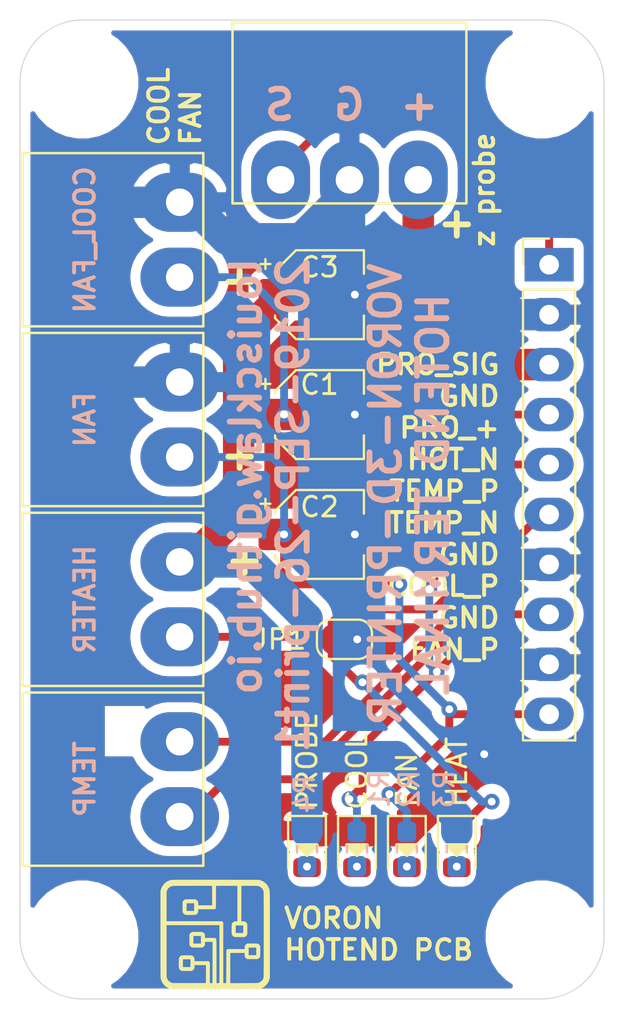
<source format=kicad_pcb>
(kicad_pcb (version 20171130) (host pcbnew 5.1.4-e60b266~84~ubuntu18.04.1)

  (general
    (thickness 1.6)
    (drawings 20)
    (tracks 138)
    (zones 0)
    (modules 23)
    (nets 13)
  )

  (page User 215.9 139.7)
  (layers
    (0 F.Cu signal)
    (31 B.Cu signal)
    (32 B.Adhes user)
    (33 F.Adhes user)
    (34 B.Paste user)
    (35 F.Paste user)
    (36 B.SilkS user)
    (37 F.SilkS user)
    (38 B.Mask user)
    (39 F.Mask user)
    (40 Dwgs.User user)
    (41 Cmts.User user)
    (42 Eco1.User user)
    (43 Eco2.User user)
    (44 Edge.Cuts user)
    (45 Margin user)
    (46 B.CrtYd user)
    (47 F.CrtYd user)
    (48 B.Fab user)
    (49 F.Fab user)
  )

  (setup
    (last_trace_width 0.4)
    (user_trace_width 1)
    (user_trace_width 3)
    (trace_clearance 0.2)
    (zone_clearance 0.508)
    (zone_45_only no)
    (trace_min 0.2)
    (via_size 0.8)
    (via_drill 0.4)
    (via_min_size 0.4)
    (via_min_drill 0.3)
    (uvia_size 0.3)
    (uvia_drill 0.1)
    (uvias_allowed no)
    (uvia_min_size 0.2)
    (uvia_min_drill 0.1)
    (edge_width 0.05)
    (segment_width 0.2)
    (pcb_text_width 0.3)
    (pcb_text_size 1.5 1.5)
    (mod_edge_width 0.12)
    (mod_text_size 1 1)
    (mod_text_width 0.15)
    (pad_size 1.524 1.524)
    (pad_drill 0.762)
    (pad_to_mask_clearance 0.051)
    (solder_mask_min_width 0.25)
    (aux_axis_origin 0 0)
    (visible_elements FFF7FFFF)
    (pcbplotparams
      (layerselection 0x010fc_ffffffff)
      (usegerberextensions false)
      (usegerberattributes false)
      (usegerberadvancedattributes false)
      (creategerberjobfile false)
      (excludeedgelayer true)
      (linewidth 0.100000)
      (plotframeref false)
      (viasonmask false)
      (mode 1)
      (useauxorigin false)
      (hpglpennumber 1)
      (hpglpenspeed 20)
      (hpglpendiameter 15.000000)
      (psnegative false)
      (psa4output false)
      (plotreference true)
      (plotvalue true)
      (plotinvisibletext false)
      (padsonsilk false)
      (subtractmaskfromsilk false)
      (outputformat 1)
      (mirror false)
      (drillshape 0)
      (scaleselection 1)
      (outputdirectory "gerber/"))
  )

  (net 0 "")
  (net 1 /Z_PROBE_SIG)
  (net 2 GND)
  (net 3 +5V)
  (net 4 /HOTEND_FAN_P)
  (net 5 /HOTEND_TEMP_N)
  (net 6 /PRINT_COOLING_FAN_P)
  (net 7 /HOTEND_HEAT_N)
  (net 8 /HOTEND_TEMP_P)
  (net 9 "Net-(D1-Pad2)")
  (net 10 "Net-(D2-Pad2)")
  (net 11 "Net-(D3-Pad2)")
  (net 12 "Net-(D4-Pad2)")

  (net_class Default "This is the default net class."
    (clearance 0.2)
    (trace_width 0.4)
    (via_dia 0.8)
    (via_drill 0.4)
    (uvia_dia 0.3)
    (uvia_drill 0.1)
    (add_net /HOTEND_FAN_P)
    (add_net /HOTEND_HEAT_N)
    (add_net /HOTEND_TEMP_N)
    (add_net /HOTEND_TEMP_P)
    (add_net /PRINT_COOLING_FAN_P)
    (add_net /Z_PROBE_SIG)
    (add_net "Net-(D1-Pad2)")
    (add_net "Net-(D2-Pad2)")
    (add_net "Net-(D3-Pad2)")
    (add_net "Net-(D4-Pad2)")
  )

  (net_class 0.8mm ""
    (clearance 0.2)
    (trace_width 0.8)
    (via_dia 0.8)
    (via_drill 0.4)
    (uvia_dia 0.3)
    (uvia_drill 0.1)
  )

  (net_class 1.6mm ""
    (clearance 0.2)
    (trace_width 1.6)
    (via_dia 1)
    (via_drill 0.4)
    (uvia_dia 0.3)
    (uvia_drill 0.1)
    (add_net +5V)
    (add_net GND)
  )

  (module footprint-lib:logo_icon_4000 (layer F.Cu) (tedit 5D8DBC1C) (tstamp 5D8E738C)
    (at 98.425 75.565)
    (fp_text reference G*** (at 0 0) (layer F.SilkS) hide
      (effects (font (size 1.524 1.524) (thickness 0.3)))
    )
    (fp_text value LOGO (at 0.75 0) (layer F.SilkS) hide
      (effects (font (size 1.524 1.524) (thickness 0.3)))
    )
    (fp_poly (pts (xy -0.672877 -2.882162) (xy -0.502694 -2.882109) (xy -0.320801 -2.88202) (xy -0.126915 -2.881896)
      (xy 0.07925 -2.881738) (xy 0.18415 -2.881648) (xy 2.378075 -2.879725) (xy 2.435225 -2.862078)
      (xy 2.477207 -2.847465) (xy 2.52257 -2.82891) (xy 2.56741 -2.808214) (xy 2.607825 -2.787181)
      (xy 2.639912 -2.767611) (xy 2.640166 -2.767437) (xy 2.668398 -2.745642) (xy 2.701078 -2.716627)
      (xy 2.735175 -2.683437) (xy 2.767657 -2.649115) (xy 2.795494 -2.616705) (xy 2.811736 -2.595141)
      (xy 2.850744 -2.532458) (xy 2.881012 -2.46926) (xy 2.897537 -2.424666) (xy 2.900495 -2.416102)
      (xy 2.90327 -2.408401) (xy 2.90587 -2.401157) (xy 2.9083 -2.393966) (xy 2.910565 -2.386422)
      (xy 2.912672 -2.37812) (xy 2.914625 -2.368656) (xy 2.916432 -2.357624) (xy 2.918097 -2.344619)
      (xy 2.919626 -2.329236) (xy 2.921025 -2.31107) (xy 2.9223 -2.289716) (xy 2.923457 -2.264769)
      (xy 2.924501 -2.235825) (xy 2.925437 -2.202477) (xy 2.926273 -2.164321) (xy 2.927013 -2.120951)
      (xy 2.927663 -2.071964) (xy 2.928228 -2.016953) (xy 2.928716 -1.955514) (xy 2.929131 -1.887241)
      (xy 2.929479 -1.81173) (xy 2.929766 -1.728576) (xy 2.929997 -1.637373) (xy 2.930179 -1.537716)
      (xy 2.930317 -1.429201) (xy 2.930416 -1.311423) (xy 2.930484 -1.183975) (xy 2.930524 -1.046454)
      (xy 2.930543 -0.898454) (xy 2.930548 -0.73957) (xy 2.930542 -0.569398) (xy 2.930533 -0.387531)
      (xy 2.930526 -0.193566) (xy 2.930525 -0.09525) (xy 2.930525 2.105025) (xy 2.912728 2.168301)
      (xy 2.888359 2.24069) (xy 2.857348 2.310003) (xy 2.821745 2.371703) (xy 2.819111 2.375654)
      (xy 2.795003 2.407761) (xy 2.76396 2.443755) (xy 2.729178 2.480333) (xy 2.693851 2.514191)
      (xy 2.661175 2.542025) (xy 2.650247 2.550243) (xy 2.616027 2.57213) (xy 2.573594 2.595253)
      (xy 2.527032 2.617672) (xy 2.480423 2.637449) (xy 2.437854 2.652645) (xy 2.428875 2.655342)
      (xy 2.378075 2.66993) (xy 0.17145 2.670924) (xy 0.004474 2.670984) (xy -0.159393 2.671012)
      (xy -0.319685 2.671009) (xy -0.475938 2.670976) (xy -0.627687 2.670914) (xy -0.774466 2.670823)
      (xy -0.915811 2.670706) (xy -1.051256 2.670562) (xy -1.180337 2.670393) (xy -1.302589 2.6702)
      (xy -1.417546 2.669983) (xy -1.524743 2.669743) (xy -1.623716 2.669482) (xy -1.713999 2.6692)
      (xy -1.795128 2.668898) (xy -1.866637 2.668577) (xy -1.928061 2.668239) (xy -1.978936 2.667883)
      (xy -2.018795 2.667512) (xy -2.047175 2.667125) (xy -2.06361 2.666724) (xy -2.067607 2.666467)
      (xy -2.127504 2.65238) (xy -2.19133 2.630343) (xy -2.254903 2.602174) (xy -2.31404 2.569695)
      (xy -2.35713 2.540487) (xy -2.395003 2.50862) (xy -2.434609 2.469813) (xy -2.472752 2.427583)
      (xy -2.506236 2.385448) (xy -2.52979 2.350443) (xy -2.559796 2.293436) (xy -2.586458 2.229436)
      (xy -2.607546 2.1641) (xy -2.614773 2.135093) (xy -2.615765 2.130113) (xy -2.616696 2.124086)
      (xy -2.617567 2.116612) (xy -2.618381 2.107289) (xy -2.619139 2.095717) (xy -2.619843 2.081494)
      (xy -2.620496 2.064219) (xy -2.621098 2.04349) (xy -2.621653 2.018907) (xy -2.622162 1.990069)
      (xy -2.622627 1.956573) (xy -2.62305 1.91802) (xy -2.623434 1.874007) (xy -2.623779 1.824133)
      (xy -2.624088 1.767998) (xy -2.624363 1.7052) (xy -2.624605 1.635338) (xy -2.624818 1.55801)
      (xy -2.625002 1.472816) (xy -2.62516 1.379354) (xy -2.625294 1.277224) (xy -2.625405 1.166023)
      (xy -2.625496 1.04535) (xy -2.625568 0.914805) (xy -2.625624 0.773987) (xy -2.625666 0.622493)
      (xy -2.625695 0.459923) (xy -2.625713 0.285876) (xy -2.625723 0.09995) (xy -2.625725 -0.098256)
      (xy -2.625725 -0.5842) (xy -2.324247 -0.5842) (xy -2.322586 0.744537) (xy -2.320925 2.073275)
      (xy -2.30381 2.120143) (xy -2.27501 2.181463) (xy -2.236412 2.236316) (xy -2.18942 2.283557)
      (xy -2.135441 2.322039) (xy -2.075877 2.350616) (xy -2.012135 2.368141) (xy -1.997075 2.370482)
      (xy -1.988483 2.370788) (xy -1.967957 2.371074) (xy -1.936262 2.371338) (xy -1.894164 2.371578)
      (xy -1.842428 2.371793) (xy -1.78182 2.37198) (xy -1.713106 2.372139) (xy -1.637052 2.372267)
      (xy -1.554422 2.372364) (xy -1.465983 2.372426) (xy -1.3725 2.372453) (xy -1.274739 2.372442)
      (xy -1.173466 2.372392) (xy -1.146175 2.372372) (xy -0.314325 2.371725) (xy -0.312697 1.909762)
      (xy -0.311068 1.4478) (xy -0.900425 1.4478) (xy -0.902871 1.528762) (xy -0.904169 1.563572)
      (xy -0.905948 1.588715) (xy -0.908722 1.607223) (xy -0.913003 1.622129) (xy -0.919306 1.636465)
      (xy -0.92199 1.641729) (xy -0.946046 1.677238) (xy -0.977605 1.708328) (xy -1.012894 1.731527)
      (xy -1.025898 1.737323) (xy -1.034741 1.740425) (xy -1.044475 1.742951) (xy -1.056443 1.744957)
      (xy -1.071983 1.746504) (xy -1.092438 1.74765) (xy -1.119149 1.748454) (xy -1.153455 1.748974)
      (xy -1.196699 1.74927) (xy -1.250222 1.7494) (xy -1.30175 1.749425) (xy -1.364054 1.749401)
      (xy -1.414987 1.749286) (xy -1.455879 1.749014) (xy -1.48806 1.748519) (xy -1.51286 1.747735)
      (xy -1.531608 1.746597) (xy -1.545634 1.745037) (xy -1.556268 1.742991) (xy -1.564839 1.740393)
      (xy -1.572678 1.737176) (xy -1.575578 1.735852) (xy -1.618489 1.709519) (xy -1.652055 1.674639)
      (xy -1.676075 1.631479) (xy -1.689622 1.584409) (xy -1.691554 1.566523) (xy -1.693014 1.536878)
      (xy -1.693988 1.496404) (xy -1.694457 1.446034) (xy -1.694408 1.386699) (xy -1.693961 1.331266)
      (xy -1.693239 1.271535) (xy -1.692459 1.223088) (xy -1.691544 1.184506) (xy -1.690466 1.1557)
      (xy -1.49225 1.1557) (xy -1.49225 1.55575) (xy -1.09855 1.55575) (xy -1.09855 1.1557)
      (xy -1.49225 1.1557) (xy -1.690466 1.1557) (xy -1.690416 1.154371) (xy -1.688997 1.131267)
      (xy -1.687207 1.113776) (xy -1.684969 1.100481) (xy -1.682205 1.089963) (xy -1.680343 1.084614)
      (xy -1.660361 1.047549) (xy -1.630901 1.013772) (xy -1.595184 0.986731) (xy -1.582512 0.979844)
      (xy -1.546225 0.962025) (xy -1.298575 0.962025) (xy -1.236011 0.962037) (xy -1.184812 0.962122)
      (xy -1.143648 0.962352) (xy -1.111184 0.962799) (xy -1.086087 0.963533) (xy -1.067025 0.964627)
      (xy -1.052663 0.966153) (xy -1.041669 0.968182) (xy -1.03271 0.970786) (xy -1.024453 0.974037)
      (xy -1.01746 0.977149) (xy -0.984024 0.99764) (xy -0.953057 1.026331) (xy -0.927924 1.05954)
      (xy -0.912462 1.092088) (xy -0.905492 1.124167) (xy -0.902098 1.166701) (xy -0.9017 1.191354)
      (xy -0.9017 1.2573) (xy -0.192379 1.2573) (xy -0.171386 1.271587) (xy -0.153563 1.286098)
      (xy -0.138225 1.302338) (xy -0.137109 1.3038) (xy -0.134739 1.307175) (xy -0.132666 1.311038)
      (xy -0.130867 1.316222) (xy -0.129319 1.323559) (xy -0.127999 1.333881) (xy -0.126885 1.348022)
      (xy -0.125953 1.366813) (xy -0.12518 1.391089) (xy -0.124544 1.42168) (xy -0.124022 1.459421)
      (xy -0.12359 1.505143) (xy -0.123225 1.559679) (xy -0.122905 1.623862) (xy -0.122607 1.698524)
      (xy -0.122307 1.784499) (xy -0.122096 1.848519) (xy -0.120366 2.375313) (xy -0.049071 2.373519)
      (xy 0.022225 2.371725) (xy 0.023831 1.319212) (xy 0.025437 0.2667) (xy -0.3683 0.2667)
      (xy -0.3683 0.335418) (xy -0.369495 0.379873) (xy -0.373752 0.414768) (xy -0.382085 0.443077)
      (xy -0.395503 0.467772) (xy -0.415018 0.491827) (xy -0.425043 0.50222) (xy -0.438702 0.515724)
      (xy -0.451123 0.526919) (xy -0.463605 0.536011) (xy -0.477446 0.543208) (xy -0.493945 0.548716)
      (xy -0.514402 0.552741) (xy -0.540116 0.555491) (xy -0.572386 0.557171) (xy -0.612511 0.55799)
      (xy -0.66179 0.558153) (xy -0.721522 0.557867) (xy -0.772425 0.557494) (xy -1.019175 0.555625)
      (xy -1.050925 0.538729) (xy -1.092324 0.509924) (xy -1.125014 0.472011) (xy -1.137553 0.45085)
      (xy -1.152525 0.422275) (xy -1.152525 -0.03175) (xy -0.95885 -0.03175) (xy -0.95885 0.36195)
      (xy -0.56515 0.36195) (xy -0.56515 -0.03175) (xy -0.95885 -0.03175) (xy -1.152525 -0.03175)
      (xy -1.152525 -0.092075) (xy -1.13563 -0.123825) (xy -1.108629 -0.163461) (xy -1.07393 -0.194027)
      (xy -1.0414 -0.212278) (xy -1.006475 -0.228476) (xy -0.764719 -0.228538) (xy -0.697429 -0.228521)
      (xy -0.641521 -0.228284) (xy -0.595677 -0.227608) (xy -0.558581 -0.226273) (xy -0.528914 -0.224061)
      (xy -0.505359 -0.220751) (xy -0.486597 -0.216123) (xy -0.471313 -0.209959) (xy -0.458187 -0.202038)
      (xy -0.445902 -0.192141) (xy -0.43314 -0.180048) (xy -0.42498 -0.171921) (xy -0.403539 -0.148462)
      (xy -0.388123 -0.125735) (xy -0.377812 -0.100938) (xy -0.371691 -0.071271) (xy -0.368842 -0.033933)
      (xy -0.3683 0.001131) (xy -0.3683 0.0762) (xy -0.117272 0.0762) (xy -0.050756 0.076242)
      (xy 0.004295 0.076457) (xy 0.049115 0.076977) (xy 0.084939 0.077932) (xy 0.113 0.079453)
      (xy 0.134535 0.081673) (xy 0.150777 0.084723) (xy 0.162961 0.088734) (xy 0.172322 0.093837)
      (xy 0.180093 0.100163) (xy 0.18751 0.107845) (xy 0.188303 0.108719) (xy 0.199057 0.125033)
      (xy 0.207846 0.145659) (xy 0.208905 0.149225) (xy 0.209878 0.157525) (xy 0.210771 0.175164)
      (xy 0.211586 0.202391) (xy 0.212325 0.239455) (xy 0.212989 0.286609) (xy 0.21358 0.344101)
      (xy 0.214099 0.412182) (xy 0.214548 0.491102) (xy 0.214929 0.581113) (xy 0.215242 0.682462)
      (xy 0.21549 0.795402) (xy 0.215674 0.920183) (xy 0.215796 1.057054) (xy 0.215856 1.206266)
      (xy 0.215864 1.274957) (xy 0.2159 2.37529) (xy 0.293687 2.373507) (xy 0.371475 2.371725)
      (xy 0.373075 0.893762) (xy 0.374676 -0.5842) (xy -2.324247 -0.5842) (xy -2.625725 -0.5842)
      (xy -2.625725 -0.774784) (xy -2.324352 -0.774784) (xy -0.90772 -0.773155) (xy 0.508911 -0.771525)
      (xy 0.533855 -0.744784) (xy 0.5588 -0.718042) (xy 0.5588 0.824195) (xy 0.558817 0.963288)
      (xy 0.55887 1.099046) (xy 0.558956 1.230921) (xy 0.559074 1.358366) (xy 0.559222 1.480833)
      (xy 0.559399 1.597774) (xy 0.559602 1.708642) (xy 0.559831 1.812889) (xy 0.560084 1.909967)
      (xy 0.560359 1.99933) (xy 0.560655 2.080429) (xy 0.560971 2.152717) (xy 0.561303 2.215647)
      (xy 0.561652 2.268669) (xy 0.562016 2.311238) (xy 0.562392 2.342806) (xy 0.56278 2.362824)
      (xy 0.563177 2.370745) (xy 0.563218 2.370852) (xy 0.570943 2.372424) (xy 0.588721 2.373448)
      (xy 0.613915 2.373837) (xy 0.643886 2.373504) (xy 0.644181 2.373497) (xy 0.720725 2.371725)
      (xy 0.727075 0.701675) (xy 0.74128 0.681759) (xy 0.746774 0.674099) (xy 0.752159 0.667473)
      (xy 0.758347 0.661806) (xy 0.76625 0.657025) (xy 0.77678 0.653052) (xy 0.790846 0.649815)
      (xy 0.809361 0.647237) (xy 0.833236 0.645243) (xy 0.863382 0.643759) (xy 0.900711 0.642709)
      (xy 0.946135 0.642019) (xy 1.000563 0.641613) (xy 1.064909 0.641416) (xy 1.140083 0.641353)
      (xy 1.226996 0.641349) (xy 1.232028 0.64135) (xy 1.65735 0.64135) (xy 1.65735 0.572514)
      (xy 1.657463 0.5588) (xy 1.8542 0.5588) (xy 1.8542 0.9525) (xy 2.2479 0.9525)
      (xy 2.2479 0.5588) (xy 1.8542 0.5588) (xy 1.657463 0.5588) (xy 1.657611 0.541085)
      (xy 1.658842 0.518653) (xy 1.661708 0.501518) (xy 1.666877 0.485981) (xy 1.675016 0.468342)
      (xy 1.676768 0.464818) (xy 1.696341 0.432069) (xy 1.719772 0.406884) (xy 1.750525 0.385991)
      (xy 1.77165 0.375222) (xy 1.806575 0.358775) (xy 2.047875 0.358775) (xy 2.110226 0.358815)
      (xy 2.161229 0.358976) (xy 2.202236 0.359319) (xy 2.234599 0.359902) (xy 2.259671 0.360787)
      (xy 2.278802 0.362032) (xy 2.293346 0.363698) (xy 2.304653 0.365846) (xy 2.314076 0.368534)
      (xy 2.320552 0.370876) (xy 2.356196 0.390312) (xy 2.389583 0.418925) (xy 2.416971 0.453282)
      (xy 2.42468 0.46647) (xy 2.441575 0.498475) (xy 2.441575 0.752475) (xy 2.441553 0.816062)
      (xy 2.441448 0.868248) (xy 2.441196 0.910333) (xy 2.440735 0.943617) (xy 2.440002 0.969397)
      (xy 2.438935 0.988974) (xy 2.437472 1.003647) (xy 2.435548 1.014716) (xy 2.433103 1.023479)
      (xy 2.430074 1.031236) (xy 2.427927 1.035997) (xy 2.406877 1.06973) (xy 2.377546 1.101084)
      (xy 2.344213 1.125782) (xy 2.331397 1.132527) (xy 2.323568 1.135961) (xy 2.31552 1.138765)
      (xy 2.305943 1.141003) (xy 2.293528 1.142738) (xy 2.276965 1.144035) (xy 2.254944 1.144957)
      (xy 2.226158 1.145567) (xy 2.189295 1.145931) (xy 2.143047 1.14611) (xy 2.086104 1.14617)
      (xy 2.05105 1.146175) (xy 1.800225 1.146175) (xy 1.763938 1.128355) (xy 1.738279 1.112795)
      (xy 1.713444 1.092977) (xy 1.702502 1.081966) (xy 1.685289 1.060045) (xy 1.672904 1.03765)
      (xy 1.66464 1.012134) (xy 1.659788 0.980847) (xy 1.657638 0.941141) (xy 1.65735 0.913268)
      (xy 1.65735 0.83185) (xy 0.9144 0.83185) (xy 0.9144 2.375271) (xy 1.617662 2.373428)
      (xy 1.727589 2.373132) (xy 1.825546 2.372841) (xy 1.912264 2.372543) (xy 1.988473 2.372225)
      (xy 2.054904 2.371873) (xy 2.112286 2.371473) (xy 2.161351 2.371013) (xy 2.202829 2.370479)
      (xy 2.237449 2.369858) (xy 2.265943 2.369136) (xy 2.289041 2.3683) (xy 2.307473 2.367337)
      (xy 2.32197 2.366233) (xy 2.333262 2.364975) (xy 2.342079 2.363549) (xy 2.349151 2.361943)
      (xy 2.35521 2.360142) (xy 2.35585 2.359931) (xy 2.420627 2.332604) (xy 2.478446 2.296618)
      (xy 2.527954 2.25308) (xy 2.567801 2.203095) (xy 2.586028 2.171434) (xy 2.589912 2.164099)
      (xy 2.593554 2.157824) (xy 2.596965 2.152205) (xy 2.60015 2.146839) (xy 2.603118 2.141319)
      (xy 2.605877 2.135242) (xy 2.608433 2.128203) (xy 2.610795 2.119797) (xy 2.61297 2.109621)
      (xy 2.614966 2.097268) (xy 2.61679 2.082336) (xy 2.61845 2.064418) (xy 2.619954 2.043111)
      (xy 2.621309 2.01801) (xy 2.622523 1.988711) (xy 2.623603 1.954808) (xy 2.624558 1.915898)
      (xy 2.625394 1.871575) (xy 2.62612 1.821436) (xy 2.626742 1.765075) (xy 2.627269 1.702088)
      (xy 2.627709 1.632071) (xy 2.628068 1.554618) (xy 2.628355 1.469326) (xy 2.628577 1.37579)
      (xy 2.628741 1.273604) (xy 2.628856 1.162366) (xy 2.628928 1.041669) (xy 2.628967 0.91111)
      (xy 2.628978 0.770284) (xy 2.62897 0.618786) (xy 2.628951 0.456212) (xy 2.628928 0.282157)
      (xy 2.628908 0.096216) (xy 2.6289 -0.102014) (xy 2.6289 -0.104775) (xy 2.628908 -0.303167)
      (xy 2.628927 -0.489264) (xy 2.628949 -0.663469) (xy 2.628968 -0.826188) (xy 2.628975 -0.977825)
      (xy 2.628964 -1.118784) (xy 2.628925 -1.249471) (xy 2.628853 -1.370289) (xy 2.628738 -1.481644)
      (xy 2.628575 -1.583939) (xy 2.628354 -1.677579) (xy 2.62807 -1.762968) (xy 2.627713 -1.840512)
      (xy 2.627277 -1.910615) (xy 2.626755 -1.973681) (xy 2.626137 -2.030114) (xy 2.625418 -2.08032)
      (xy 2.624589 -2.124702) (xy 2.623643 -2.163665) (xy 2.622572 -2.197615) (xy 2.621369 -2.226954)
      (xy 2.620027 -2.252088) (xy 2.618537 -2.273422) (xy 2.616892 -2.291359) (xy 2.615085 -2.306305)
      (xy 2.613108 -2.318663) (xy 2.610953 -2.328839) (xy 2.608613 -2.337237) (xy 2.606081 -2.34426)
      (xy 2.603349 -2.350315) (xy 2.600409 -2.355805) (xy 2.597254 -2.361135) (xy 2.593877 -2.36671)
      (xy 2.590269 -2.372933) (xy 2.586473 -2.380108) (xy 2.553019 -2.433184) (xy 2.5093 -2.480568)
      (xy 2.456986 -2.520906) (xy 2.397749 -2.552843) (xy 2.352675 -2.569593) (xy 2.344343 -2.571935)
      (xy 2.33511 -2.573944) (xy 2.323984 -2.575643) (xy 2.309976 -2.57706) (xy 2.292094 -2.578218)
      (xy 2.26935 -2.579145) (xy 2.240751 -2.579865) (xy 2.205309 -2.580405) (xy 2.162032 -2.580788)
      (xy 2.10993 -2.581041) (xy 2.048012 -2.58119) (xy 1.975289 -2.58126) (xy 1.89865 -2.581275)
      (xy 1.482725 -2.581275) (xy 1.481115 -1.67558) (xy 1.479506 -0.769885) (xy 1.557972 -0.767273)
      (xy 1.591823 -0.765924) (xy 1.616361 -0.764081) (xy 1.634971 -0.761091) (xy 1.651037 -0.756301)
      (xy 1.667945 -0.749057) (xy 1.678285 -0.744059) (xy 1.714208 -0.722202) (xy 1.74272 -0.694542)
      (xy 1.767154 -0.657779) (xy 1.769192 -0.65405) (xy 1.772217 -0.647684) (xy 1.774707 -0.640031)
      (xy 1.776727 -0.629827) (xy 1.778339 -0.615809) (xy 1.779607 -0.596711) (xy 1.780596 -0.571268)
      (xy 1.781368 -0.538215) (xy 1.781988 -0.496289) (xy 1.782518 -0.444224) (xy 1.783024 -0.380756)
      (xy 1.783037 -0.378997) (xy 1.784899 -0.126168) (xy 1.769695 -0.092957) (xy 1.744662 -0.050242)
      (xy 1.712718 -0.017452) (xy 1.677553 0.004507) (xy 1.641475 0.022225) (xy 1.39065 0.022225)
      (xy 1.327519 0.022204) (xy 1.275778 0.0221) (xy 1.234114 0.021847) (xy 1.201218 0.021382)
      (xy 1.175777 0.020638) (xy 1.156482 0.019552) (xy 1.14202 0.01806) (xy 1.131081 0.016095)
      (xy 1.122353 0.013594) (xy 1.114527 0.010492) (xy 1.109855 0.00838) (xy 1.07512 -0.013481)
      (xy 1.043667 -0.043957) (xy 1.019164 -0.079107) (xy 1.010037 -0.098848) (xy 1.00665 -0.108503)
      (xy 1.003902 -0.118459) (xy 1.001727 -0.130102) (xy 1.000058 -0.144818) (xy 0.998829 -0.163994)
      (xy 0.997973 -0.189017) (xy 0.997424 -0.221271) (xy 0.997114 -0.262145) (xy 0.996978 -0.313023)
      (xy 0.99695 -0.371475) (xy 0.99702 -0.438563) (xy 0.997372 -0.494277) (xy 0.998213 -0.539943)
      (xy 0.999263 -0.56515) (xy 1.1938 -0.56515) (xy 1.1938 -0.17145) (xy 1.5875 -0.17145)
      (xy 1.5875 -0.56515) (xy 1.1938 -0.56515) (xy 0.999263 -0.56515) (xy 0.999752 -0.576888)
      (xy 1.002198 -0.606438) (xy 1.005758 -0.629919) (xy 1.010642 -0.648658) (xy 1.017059 -0.663979)
      (xy 1.025216 -0.677211) (xy 1.035322 -0.689678) (xy 1.047586 -0.702707) (xy 1.049317 -0.704477)
      (xy 1.077368 -0.729218) (xy 1.107303 -0.746854) (xy 1.141963 -0.758445) (xy 1.184188 -0.76505)
      (xy 1.217612 -0.767193) (xy 1.28905 -0.769949) (xy 1.28905 -2.584521) (xy 0.741362 -2.582898)
      (xy 0.193675 -2.581275) (xy 0.1905 -2.01295) (xy 0.189962 -1.913549) (xy 0.189495 -1.826058)
      (xy 0.189041 -1.749686) (xy 0.188547 -1.683645) (xy 0.187957 -1.627144) (xy 0.187217 -1.579395)
      (xy 0.186271 -1.539606) (xy 0.185064 -1.506989) (xy 0.183542 -1.480754) (xy 0.181649 -1.460111)
      (xy 0.17933 -1.444271) (xy 0.176531 -1.432443) (xy 0.173196 -1.423839) (xy 0.16927 -1.417668)
      (xy 0.164699 -1.41314) (xy 0.159428 -1.409467) (xy 0.1534 -1.405857) (xy 0.147987 -1.402479)
      (xy 0.143921 -1.400144) (xy 0.138709 -1.398139) (xy 0.13141 -1.396441) (xy 0.121087 -1.395023)
      (xy 0.106801 -1.393859) (xy 0.087611 -1.392925) (xy 0.062581 -1.392196) (xy 0.03077 -1.391646)
      (xy -0.00876 -1.391249) (xy -0.056947 -1.390981) (xy -0.114732 -1.390817) (xy -0.183052 -1.39073)
      (xy -0.262847 -1.390696) (xy -0.289627 -1.390692) (xy -0.709429 -1.39065) (xy -0.712938 -1.319213)
      (xy -0.715605 -1.283392) (xy -0.719693 -1.250972) (xy -0.724672 -1.225766) (xy -0.727 -1.217965)
      (xy -0.744605 -1.183746) (xy -0.770971 -1.151528) (xy -0.802351 -1.125506) (xy -0.817434 -1.116773)
      (xy -0.825553 -1.112872) (xy -0.833531 -1.109698) (xy -0.842733 -1.107166) (xy -0.854526 -1.105185)
      (xy -0.870276 -1.10367) (xy -0.891348 -1.102531) (xy -0.919109 -1.101682) (xy -0.954925 -1.101034)
      (xy -1.000162 -1.1005) (xy -1.056186 -1.099992) (xy -1.081932 -1.099776) (xy -1.142988 -1.099298)
      (xy -1.192797 -1.099022) (xy -1.232813 -1.099008) (xy -1.264487 -1.099319) (xy -1.289273 -1.100013)
      (xy -1.308622 -1.101152) (xy -1.323988 -1.102796) (xy -1.336823 -1.105006) (xy -1.348579 -1.107842)
      (xy -1.36071 -1.111364) (xy -1.360851 -1.111407) (xy -1.385135 -1.119717) (xy -1.404082 -1.129234)
      (xy -1.422095 -1.142737) (xy -1.443576 -1.163004) (xy -1.445241 -1.164665) (xy -1.459572 -1.179184)
      (xy -1.471438 -1.192349) (xy -1.481063 -1.205481) (xy -1.488668 -1.219903) (xy -1.494475 -1.236935)
      (xy -1.498706 -1.257899) (xy -1.501583 -1.284117) (xy -1.503329 -1.316911) (xy -1.504164 -1.357601)
      (xy -1.504313 -1.407511) (xy -1.504303 -1.409426) (xy -1.307039 -1.409426) (xy -1.306934 -1.370782)
      (xy -1.306631 -1.339369) (xy -1.306143 -1.316827) (xy -1.305479 -1.304798) (xy -1.305222 -1.303407)
      (xy -1.301506 -1.301032) (xy -1.291656 -1.29914) (xy -1.274592 -1.297689) (xy -1.24923 -1.296633)
      (xy -1.214489 -1.295929) (xy -1.169287 -1.295533) (xy -1.112542 -1.295401) (xy -1.108275 -1.2954)
      (xy -0.9144 -1.2954) (xy -0.9144 -1.695634) (xy -1.109663 -1.693955) (xy -1.304925 -1.692275)
      (xy -1.30661 -1.501845) (xy -1.306935 -1.45366) (xy -1.307039 -1.409426) (xy -1.504303 -1.409426)
      (xy -1.503995 -1.46796) (xy -1.503654 -1.512339) (xy -1.501775 -1.749425) (xy -1.484881 -1.78143)
      (xy -1.460588 -1.81702) (xy -1.428941 -1.848109) (xy -1.393682 -1.871264) (xy -1.380753 -1.877024)
      (xy -1.37191 -1.880126) (xy -1.362176 -1.882652) (xy -1.350208 -1.884658) (xy -1.334668 -1.886205)
      (xy -1.314213 -1.887351) (xy -1.287502 -1.888155) (xy -1.253196 -1.888675) (xy -1.209952 -1.888971)
      (xy -1.156429 -1.889101) (xy -1.1049 -1.889125) (xy -0.860425 -1.889125) (xy -0.824139 -1.871306)
      (xy -0.787462 -1.847602) (xy -0.755979 -1.816286) (xy -0.732828 -1.780736) (xy -0.726766 -1.766536)
      (xy -0.720566 -1.741493) (xy -0.715863 -1.705485) (xy -0.712874 -1.660181) (xy -0.712823 -1.658938)
      (xy -0.709667 -1.581151) (xy -0.35162 -1.581151) (xy 0.006426 -1.58115) (xy 0.0048 -2.081213)
      (xy 0.003175 -2.581275) (xy -1.0033 -2.581275) (xy -1.135824 -2.581271) (xy -1.256251 -2.581251)
      (xy -1.365186 -2.581211) (xy -1.463232 -2.581142) (xy -1.550994 -2.581039) (xy -1.629075 -2.580895)
      (xy -1.69808 -2.580702) (xy -1.758612 -2.580454) (xy -1.811275 -2.580145) (xy -1.856672 -2.579767)
      (xy -1.895409 -2.579314) (xy -1.928088 -2.578779) (xy -1.955313 -2.578156) (xy -1.977689 -2.577437)
      (xy -1.995819 -2.576615) (xy -2.010308 -2.575685) (xy -2.021758 -2.574639) (xy -2.030774 -2.573471)
      (xy -2.037961 -2.572173) (xy -2.04392 -2.57074) (xy -2.047875 -2.569593) (xy -2.113793 -2.54309)
      (xy -2.172666 -2.506556) (xy -2.223554 -2.460873) (xy -2.265517 -2.406922) (xy -2.297618 -2.345583)
      (xy -2.30381 -2.329694) (xy -2.320925 -2.282825) (xy -2.322639 -1.528805) (xy -2.324352 -0.774784)
      (xy -2.625725 -0.774784) (xy -2.625725 -2.301875) (xy -2.611621 -2.357167) (xy -2.581875 -2.450149)
      (xy -2.542047 -2.535704) (xy -2.492337 -2.613524) (xy -2.432944 -2.683304) (xy -2.364065 -2.744735)
      (xy -2.35713 -2.750054) (xy -2.293761 -2.791589) (xy -2.222415 -2.827178) (xy -2.147075 -2.855146)
      (xy -2.071725 -2.873814) (xy -2.0574 -2.876223) (xy -2.049451 -2.87693) (xy -2.034902 -2.87759)
      (xy -2.013469 -2.878202) (xy -1.984868 -2.878768) (xy -1.948816 -2.879287) (xy -1.905029 -2.879761)
      (xy -1.853222 -2.880191) (xy -1.793112 -2.880576) (xy -1.724415 -2.880918) (xy -1.646847 -2.881218)
      (xy -1.560124 -2.881475) (xy -1.463962 -2.881692) (xy -1.358077 -2.881867) (xy -1.242186 -2.882003)
      (xy -1.116004 -2.8821) (xy -0.979248 -2.882158) (xy -0.831634 -2.882179) (xy -0.672877 -2.882162)) (layer F.SilkS) (width 0.01))
  )

  (module Connector_PinHeader_2.54mm:PinHeader_1x10_P2.54mm_Vertical locked (layer F.Cu) (tedit 5D8CB4C7) (tstamp 5D8D857C)
    (at 115.57 41.402)
    (descr "Through hole straight pin header, 1x10, 2.54mm pitch, single row")
    (tags "Through hole pin header THT 1x10 2.54mm single row")
    (path /5D8C80F0)
    (fp_text reference J3 (at 0 -2.33) (layer F.SilkS) hide
      (effects (font (size 1 1) (thickness 0.15)))
    )
    (fp_text value Conn_01x10 (at 0 25.19) (layer F.Fab) hide
      (effects (font (size 1 1) (thickness 0.15)))
    )
    (fp_text user %R (at 0 11.43 90) (layer F.Fab)
      (effects (font (size 1 1) (thickness 0.15)))
    )
    (fp_line (start 1.8 -1.8) (end -1.8 -1.8) (layer F.CrtYd) (width 0.05))
    (fp_line (start 1.8 24.65) (end 1.8 -1.8) (layer F.CrtYd) (width 0.05))
    (fp_line (start -1.8 24.65) (end 1.8 24.65) (layer F.CrtYd) (width 0.05))
    (fp_line (start -1.8 -1.8) (end -1.8 24.65) (layer F.CrtYd) (width 0.05))
    (fp_line (start -1.33 -1.33) (end 0 -1.33) (layer F.SilkS) (width 0.12))
    (fp_line (start -1.33 0) (end -1.33 -1.33) (layer F.SilkS) (width 0.12))
    (fp_line (start -1.33 1.27) (end 1.33 1.27) (layer F.SilkS) (width 0.12))
    (fp_line (start 1.33 1.27) (end 1.33 24.19) (layer F.SilkS) (width 0.12))
    (fp_line (start -1.33 1.27) (end -1.33 24.19) (layer F.SilkS) (width 0.12))
    (fp_line (start -1.33 24.19) (end 1.33 24.19) (layer F.SilkS) (width 0.12))
    (fp_line (start -1.27 -0.635) (end -0.635 -1.27) (layer F.Fab) (width 0.1))
    (fp_line (start -1.27 24.13) (end -1.27 -0.635) (layer F.Fab) (width 0.1))
    (fp_line (start 1.27 24.13) (end -1.27 24.13) (layer F.Fab) (width 0.1))
    (fp_line (start 1.27 -1.27) (end 1.27 24.13) (layer F.Fab) (width 0.1))
    (fp_line (start -0.635 -1.27) (end 1.27 -1.27) (layer F.Fab) (width 0.1))
    (pad 10 thru_hole oval (at 0 22.86) (size 2.5 1.7) (drill 1) (layers *.Cu *.Mask)
      (net 4 /HOTEND_FAN_P))
    (pad 9 thru_hole oval (at 0 20.32) (size 2.5 1.7) (drill 1) (layers *.Cu *.Mask)
      (net 2 GND))
    (pad 8 thru_hole oval (at 0 17.78) (size 2.5 1.7) (drill 1) (layers *.Cu *.Mask)
      (net 6 /PRINT_COOLING_FAN_P))
    (pad 7 thru_hole oval (at 0 15.24) (size 2.5 1.7) (drill 1) (layers *.Cu *.Mask)
      (net 2 GND))
    (pad 6 thru_hole oval (at 0 12.7) (size 2.5 1.7) (drill 1) (layers *.Cu *.Mask)
      (net 5 /HOTEND_TEMP_N))
    (pad 5 thru_hole oval (at 0 10.16) (size 2.5 1.7) (drill 1) (layers *.Cu *.Mask)
      (net 8 /HOTEND_TEMP_P))
    (pad 4 thru_hole oval (at 0 7.62) (size 2.5 1.7) (drill 1) (layers *.Cu *.Mask)
      (net 7 /HOTEND_HEAT_N))
    (pad 3 thru_hole oval (at 0 5.08) (size 2.5 1.7) (drill 1) (layers *.Cu *.Mask)
      (net 3 +5V))
    (pad 2 thru_hole oval (at 0 2.54) (size 2.5 1.7) (drill 1) (layers *.Cu *.Mask)
      (net 2 GND))
    (pad 1 thru_hole trapezoid (at 0 0) (size 2.5 1.7) (drill 1) (layers *.Cu *.Mask)
      (net 1 /Z_PROBE_SIG))
    (model ${KISYS3DMOD}/Connector_PinHeader_2.54mm.3dshapes/PinHeader_1x10_P2.54mm_Vertical.wrl
      (at (xyz 0 0 0))
      (scale (xyz 1 1 1))
      (rotate (xyz 0 0 0))
    )
  )

  (module footprint-lib:691322310002 locked (layer F.Cu) (tedit 5D8CB481) (tstamp 5D8DA7A2)
    (at 96.774 67.564 270)
    (descr "<b>WR-TBL Serie 322 - 3.81mm Vertical PCB Header , 2 Pins")
    (path /5D8F2349)
    (fp_text reference J4 (at -0.1312 -2.8109 90) (layer F.SilkS) hide
      (effects (font (size 1 1) (thickness 0.05)))
    )
    (fp_text value TEMP (at 0 4.826 90) (layer B.SilkS)
      (effects (font (size 1 1) (thickness 0.2)) (justify mirror))
    )
    (fp_text user 1 (at -2.4 2.8 90) (layer Edge.Cuts)
      (effects (font (size 1 1) (thickness 0.05)))
    )
    (fp_line (start -4.405 -1.2) (end -4.405 8) (layer F.SilkS) (width 0.127))
    (fp_line (start 4.405 -1.2) (end -4.405 -1.2) (layer F.SilkS) (width 0.127))
    (fp_line (start 4.405 8) (end 4.405 -1.2) (layer F.SilkS) (width 0.127))
    (fp_line (start -4.405 8) (end 4.405 8) (layer F.SilkS) (width 0.127))
    (pad 1 thru_hole oval (at -1.905 0 90) (size 3 4) (drill 1.4) (layers *.Cu *.Mask)
      (net 8 /HOTEND_TEMP_P))
    (pad 2 thru_hole oval (at 1.905 0 90) (size 3 4) (drill 1.4) (layers *.Cu *.Mask)
      (net 5 /HOTEND_TEMP_N))
    (model "/home/logic/_workspace/kicad/kicad_library/kicad-packages3d/terminal block/691322310002.step"
      (at (xyz 0 0 0))
      (scale (xyz 1 1 1))
      (rotate (xyz 0 0 0))
    )
  )

  (module footprint-lib:691322310002 locked (layer F.Cu) (tedit 5D8CB468) (tstamp 5D8CC88B)
    (at 96.774 58.42 270)
    (descr "<b>WR-TBL Serie 322 - 3.81mm Vertical PCB Header , 2 Pins")
    (path /5D8F1DF1)
    (fp_text reference J2 (at -0.1312 -2.8109 270) (layer F.SilkS) hide
      (effects (font (size 1 1) (thickness 0.05)))
    )
    (fp_text value HEATER (at 0 4.826 270) (layer B.SilkS)
      (effects (font (size 1 1) (thickness 0.2)) (justify mirror))
    )
    (fp_text user 1 (at -2.4 2.8 270) (layer F.Cu) hide
      (effects (font (size 1 1) (thickness 0.05)))
    )
    (fp_line (start -4.405 -1.2) (end -4.405 8) (layer F.SilkS) (width 0.127))
    (fp_line (start 4.405 -1.2) (end -4.405 -1.2) (layer F.SilkS) (width 0.127))
    (fp_line (start 4.405 8) (end 4.405 -1.2) (layer F.SilkS) (width 0.127))
    (fp_line (start -4.405 8) (end 4.405 8) (layer F.SilkS) (width 0.127))
    (pad 1 thru_hole oval (at -1.905 0 90) (size 3 4) (drill 1.4) (layers *.Cu *.Mask)
      (net 3 +5V))
    (pad 2 thru_hole oval (at 1.905 0 90) (size 3 4) (drill 1.4) (layers *.Cu *.Mask)
      (net 7 /HOTEND_HEAT_N))
    (model "/home/logic/_workspace/kicad/kicad_library/kicad-packages3d/terminal block/691322310002.step"
      (at (xyz 0 0 0))
      (scale (xyz 1 1 1))
      (rotate (xyz 0 0 0))
    )
  )

  (module footprint-lib:691322310002 locked (layer F.Cu) (tedit 5D8CB44D) (tstamp 5D8CC849)
    (at 96.774 49.276 270)
    (descr "<b>WR-TBL Serie 322 - 3.81mm Vertical PCB Header , 2 Pins")
    (path /5D8F27AC)
    (fp_text reference J6 (at -0.1312 -2.8109 90) (layer F.SilkS) hide
      (effects (font (size 1 1) (thickness 0.05)))
    )
    (fp_text value FAN (at 0 4.826 90) (layer B.SilkS)
      (effects (font (size 1 1) (thickness 0.2)) (justify mirror))
    )
    (fp_text user 1 (at -2.4 2.8 90) (layer F.Cu) hide
      (effects (font (size 1 1) (thickness 0.05)))
    )
    (fp_line (start -4.405 -1.2) (end -4.405 8) (layer F.SilkS) (width 0.127))
    (fp_line (start 4.405 -1.2) (end -4.405 -1.2) (layer F.SilkS) (width 0.127))
    (fp_line (start 4.405 8) (end 4.405 -1.2) (layer F.SilkS) (width 0.127))
    (fp_line (start -4.405 8) (end 4.405 8) (layer F.SilkS) (width 0.127))
    (pad 1 thru_hole oval (at -1.905 0 90) (size 3 4) (drill 1.4) (layers *.Cu *.Mask)
      (net 2 GND))
    (pad 2 thru_hole oval (at 1.905 0 90) (size 3 4) (drill 1.4) (layers *.Cu *.Mask)
      (net 4 /HOTEND_FAN_P))
    (model "/home/logic/_workspace/kicad/kicad_library/kicad-packages3d/terminal block/691322310002.step"
      (at (xyz 0 0 0))
      (scale (xyz 1 1 1))
      (rotate (xyz 0 0 0))
    )
  )

  (module footprint-lib:691322310002 locked (layer F.Cu) (tedit 5D8CB426) (tstamp 5D8CC86A)
    (at 96.774 40.132 270)
    (descr "<b>WR-TBL Serie 322 - 3.81mm Vertical PCB Header , 2 Pins")
    (path /5D8F250A)
    (fp_text reference J5 (at -0.1312 -2.8109 90) (layer F.SilkS) hide
      (effects (font (size 1 1) (thickness 0.05)))
    )
    (fp_text value COOL_FAN (at 0 4.826 90) (layer B.SilkS)
      (effects (font (size 1 1) (thickness 0.2)) (justify mirror))
    )
    (fp_text user 1 (at -2.4 2.8 90) (layer F.Cu) hide
      (effects (font (size 1 1) (thickness 0.05)))
    )
    (fp_line (start -4.405 -1.2) (end -4.405 8) (layer F.SilkS) (width 0.127))
    (fp_line (start 4.405 -1.2) (end -4.405 -1.2) (layer F.SilkS) (width 0.127))
    (fp_line (start 4.405 8) (end 4.405 -1.2) (layer F.SilkS) (width 0.127))
    (fp_line (start -4.405 8) (end 4.405 8) (layer F.SilkS) (width 0.127))
    (pad 1 thru_hole oval (at -1.905 0 90) (size 3 4) (drill 1.4) (layers *.Cu *.Mask)
      (net 2 GND))
    (pad 2 thru_hole oval (at 1.905 0 90) (size 3 4) (drill 1.4) (layers *.Cu *.Mask)
      (net 6 /PRINT_COOLING_FAN_P))
    (model "/home/logic/_workspace/kicad/kicad_library/kicad-packages3d/terminal block/691322310002.step"
      (at (xyz 0 0 0))
      (scale (xyz 1 1 1))
      (rotate (xyz 0 0 0))
    )
  )

  (module footprint-lib:691322110003 locked (layer F.Cu) (tedit 5D8CB3F4) (tstamp 5D8D8B1A)
    (at 105.41 37.084 180)
    (descr "<b>WR-TBL Serie 3221 - 3.50mm Horizontal PCB Header, 3 Pins")
    (path /5D8CA468)
    (fp_text reference J1 (at -0.4492 -2.8259 180) (layer F.SilkS) hide
      (effects (font (size 1 1) (thickness 0.05)))
    )
    (fp_text value "z probe" (at -6.858 -0.508 270) (layer F.SilkS)
      (effects (font (size 1 1) (thickness 0.2)))
    )
    (fp_text user 1 (at -4 2.75 180) (layer F.Cu) hide
      (effects (font (size 1 1) (thickness 0.05)))
    )
    (fp_line (start 5.95 8) (end 5.95 -1.2) (layer F.SilkS) (width 0.127))
    (fp_line (start -5.95 8) (end 5.95 8) (layer F.SilkS) (width 0.127))
    (fp_line (start -5.95 -1.2) (end -5.95 8) (layer F.SilkS) (width 0.127))
    (fp_line (start 5.95 -1.2) (end -5.95 -1.2) (layer F.SilkS) (width 0.127))
    (pad 1 thru_hole oval (at -3.5 0) (size 3 4) (drill 1.4) (layers *.Cu *.Mask)
      (net 3 +5V))
    (pad 2 thru_hole oval (at 0 0) (size 3 4) (drill 1.4) (layers *.Cu *.Mask)
      (net 2 GND))
    (pad 3 thru_hole oval (at 3.5 0) (size 3 4) (drill 1.4) (layers *.Cu *.Mask)
      (net 1 /Z_PROBE_SIG))
    (model "/home/logic/_workspace/kicad/kicad_library/kicad-packages3d/terminal block/691322110003.step"
      (at (xyz 0 0 0))
      (scale (xyz 1 1 1))
      (rotate (xyz 0 0 0))
    )
  )

  (module footprint-lib:MountingHole_2.7mm_M2.5,rpi_like locked (layer F.Cu) (tedit 5CD0070F) (tstamp 5D8D3AFC)
    (at 115.189 32.131 90)
    (descr "Mounting Hole 2.7mm, no annular, M2.5")
    (tags "mounting hole 2.7mm no annular m2.5")
    (path /5D8DC1B9)
    (attr virtual)
    (fp_text reference H4 (at 0 -3.7 90) (layer F.SilkS) hide
      (effects (font (size 1 1) (thickness 0.15)))
    )
    (fp_text value MountingHole (at 0 3.7 90) (layer F.Fab) hide
      (effects (font (size 1 1) (thickness 0.15)))
    )
    (fp_circle (center 0 0) (end 1.905 0) (layer B.Mask) (width 1.2))
    (fp_circle (center 0 0) (end 1.905 0) (layer F.Mask) (width 1.2))
    (fp_circle (center 0 0) (end 2.95 0) (layer F.CrtYd) (width 0.05))
    (fp_circle (center 0 0) (end 2.7 0) (layer Cmts.User) (width 0.15))
    (fp_text user %R (at 0.3 0 90) (layer F.Fab)
      (effects (font (size 1 1) (thickness 0.15)))
    )
    (pad "" np_thru_hole circle (at 0 0 90) (size 2.7 2.7) (drill 2.7) (layers *.Cu *.Mask)
      (solder_mask_margin 1.5) (clearance 1.5))
  )

  (module footprint-lib:MountingHole_2.7mm_M2.5,rpi_like locked (layer F.Cu) (tedit 5CD0070F) (tstamp 5D8DB2DE)
    (at 115.189 75.565 90)
    (descr "Mounting Hole 2.7mm, no annular, M2.5")
    (tags "mounting hole 2.7mm no annular m2.5")
    (path /5D8DC1AF)
    (attr virtual)
    (fp_text reference H3 (at 0 -3.7 90) (layer F.SilkS) hide
      (effects (font (size 1 1) (thickness 0.15)))
    )
    (fp_text value MountingHole (at 0 3.7 90) (layer F.Fab) hide
      (effects (font (size 1 1) (thickness 0.15)))
    )
    (fp_circle (center 0 0) (end 1.905 0) (layer B.Mask) (width 1.2))
    (fp_circle (center 0 0) (end 1.905 0) (layer F.Mask) (width 1.2))
    (fp_circle (center 0 0) (end 2.95 0) (layer F.CrtYd) (width 0.05))
    (fp_circle (center 0 0) (end 2.7 0) (layer Cmts.User) (width 0.15))
    (fp_text user %R (at 0.3 0 90) (layer F.Fab)
      (effects (font (size 1 1) (thickness 0.15)))
    )
    (pad "" np_thru_hole circle (at 0 0 90) (size 2.7 2.7) (drill 2.7) (layers *.Cu *.Mask)
      (solder_mask_margin 1.5) (clearance 1.5))
  )

  (module footprint-lib:MountingHole_2.7mm_M2.5,rpi_like locked (layer F.Cu) (tedit 5CD0070F) (tstamp 5D8DB2C3)
    (at 91.821 75.565 90)
    (descr "Mounting Hole 2.7mm, no annular, M2.5")
    (tags "mounting hole 2.7mm no annular m2.5")
    (path /5D8DBFF3)
    (attr virtual)
    (fp_text reference H2 (at 0 -3.7 90) (layer F.SilkS) hide
      (effects (font (size 1 1) (thickness 0.15)))
    )
    (fp_text value MountingHole (at 0.127 -5.969 90) (layer F.Fab) hide
      (effects (font (size 1 1) (thickness 0.15)))
    )
    (fp_circle (center 0 0) (end 1.905 0) (layer B.Mask) (width 1.2))
    (fp_circle (center 0 0) (end 1.905 0) (layer F.Mask) (width 1.2))
    (fp_circle (center 0 0) (end 2.95 0) (layer F.CrtYd) (width 0.05))
    (fp_circle (center 0 0) (end 2.7 0) (layer Cmts.User) (width 0.15))
    (fp_text user %R (at 0.3 0 90) (layer F.Fab)
      (effects (font (size 1 1) (thickness 0.15)))
    )
    (pad "" np_thru_hole circle (at 0 0 90) (size 2.7 2.7) (drill 2.7) (layers *.Cu *.Mask)
      (solder_mask_margin 1.5) (clearance 1.5))
  )

  (module footprint-lib:MountingHole_2.7mm_M2.5,rpi_like locked (layer F.Cu) (tedit 5CD0070F) (tstamp 5D8D3ADE)
    (at 91.821 32.131 90)
    (descr "Mounting Hole 2.7mm, no annular, M2.5")
    (tags "mounting hole 2.7mm no annular m2.5")
    (path /5D8DBCD0)
    (attr virtual)
    (fp_text reference H1 (at 0 -3.7 90) (layer F.SilkS) hide
      (effects (font (size 1 1) (thickness 0.15)))
    )
    (fp_text value MountingHole (at 0 3.7 90) (layer F.Fab) hide
      (effects (font (size 1 1) (thickness 0.15)))
    )
    (fp_circle (center 0 0) (end 1.905 0) (layer B.Mask) (width 1.2))
    (fp_circle (center 0 0) (end 1.905 0) (layer F.Mask) (width 1.2))
    (fp_circle (center 0 0) (end 2.95 0) (layer F.CrtYd) (width 0.05))
    (fp_circle (center 0 0) (end 2.7 0) (layer Cmts.User) (width 0.15))
    (fp_text user %R (at 0.3 0 90) (layer F.Fab)
      (effects (font (size 1 1) (thickness 0.15)))
    )
    (pad "" np_thru_hole circle (at 0 0 90) (size 2.7 2.7) (drill 2.7) (layers *.Cu *.Mask)
      (solder_mask_margin 1.5) (clearance 1.5))
  )

  (module Resistor_SMD:R_0603_1608Metric_Pad1.05x0.95mm_HandSolder locked (layer B.Cu) (tedit 5B301BBD) (tstamp 5D8DB406)
    (at 103.251 71.12 90)
    (descr "Resistor SMD 0603 (1608 Metric), square (rectangular) end terminal, IPC_7351 nominal with elongated pad for handsoldering. (Body size source: http://www.tortai-tech.com/upload/download/2011102023233369053.pdf), generated with kicad-footprint-generator")
    (tags "resistor handsolder")
    (path /5D94D219)
    (attr smd)
    (fp_text reference R4 (at 2.794 -0.127 90) (layer B.SilkS)
      (effects (font (size 1 1) (thickness 0.15)) (justify mirror))
    )
    (fp_text value R561,0603 (at 0 -1.43 90) (layer B.Fab)
      (effects (font (size 1 1) (thickness 0.15)) (justify mirror))
    )
    (fp_text user %R (at 0 0 90) (layer B.Fab)
      (effects (font (size 0.4 0.4) (thickness 0.06)) (justify mirror))
    )
    (fp_line (start 1.65 -0.73) (end -1.65 -0.73) (layer B.CrtYd) (width 0.05))
    (fp_line (start 1.65 0.73) (end 1.65 -0.73) (layer B.CrtYd) (width 0.05))
    (fp_line (start -1.65 0.73) (end 1.65 0.73) (layer B.CrtYd) (width 0.05))
    (fp_line (start -1.65 -0.73) (end -1.65 0.73) (layer B.CrtYd) (width 0.05))
    (fp_line (start -0.171267 -0.51) (end 0.171267 -0.51) (layer B.SilkS) (width 0.12))
    (fp_line (start -0.171267 0.51) (end 0.171267 0.51) (layer B.SilkS) (width 0.12))
    (fp_line (start 0.8 -0.4) (end -0.8 -0.4) (layer B.Fab) (width 0.1))
    (fp_line (start 0.8 0.4) (end 0.8 -0.4) (layer B.Fab) (width 0.1))
    (fp_line (start -0.8 0.4) (end 0.8 0.4) (layer B.Fab) (width 0.1))
    (fp_line (start -0.8 -0.4) (end -0.8 0.4) (layer B.Fab) (width 0.1))
    (pad 2 smd roundrect (at 0.875 0 90) (size 1.05 0.95) (layers B.Cu B.Paste B.Mask) (roundrect_rratio 0.25)
      (net 3 +5V))
    (pad 1 smd roundrect (at -0.875 0 90) (size 1.05 0.95) (layers B.Cu B.Paste B.Mask) (roundrect_rratio 0.25)
      (net 12 "Net-(D4-Pad2)"))
    (model ${KISYS3DMOD}/Resistor_SMD.3dshapes/R_0603_1608Metric.wrl
      (at (xyz 0 0 0))
      (scale (xyz 1 1 1))
      (rotate (xyz 0 0 0))
    )
  )

  (module Resistor_SMD:R_0603_1608Metric_Pad1.05x0.95mm_HandSolder locked (layer B.Cu) (tedit 5B301BBD) (tstamp 5D8DB695)
    (at 110.871 71.12 90)
    (descr "Resistor SMD 0603 (1608 Metric), square (rectangular) end terminal, IPC_7351 nominal with elongated pad for handsoldering. (Body size source: http://www.tortai-tech.com/upload/download/2011102023233369053.pdf), generated with kicad-footprint-generator")
    (tags "resistor handsolder")
    (path /5D94CFED)
    (attr smd)
    (fp_text reference R3 (at 3.048 -0.635 90) (layer B.SilkS)
      (effects (font (size 1 1) (thickness 0.15)) (justify mirror))
    )
    (fp_text value R561,0603 (at 0 -1.43 90) (layer B.Fab)
      (effects (font (size 1 1) (thickness 0.15)) (justify mirror))
    )
    (fp_text user %R (at 0 0 90) (layer B.Fab)
      (effects (font (size 0.4 0.4) (thickness 0.06)) (justify mirror))
    )
    (fp_line (start 1.65 -0.73) (end -1.65 -0.73) (layer B.CrtYd) (width 0.05))
    (fp_line (start 1.65 0.73) (end 1.65 -0.73) (layer B.CrtYd) (width 0.05))
    (fp_line (start -1.65 0.73) (end 1.65 0.73) (layer B.CrtYd) (width 0.05))
    (fp_line (start -1.65 -0.73) (end -1.65 0.73) (layer B.CrtYd) (width 0.05))
    (fp_line (start -0.171267 -0.51) (end 0.171267 -0.51) (layer B.SilkS) (width 0.12))
    (fp_line (start -0.171267 0.51) (end 0.171267 0.51) (layer B.SilkS) (width 0.12))
    (fp_line (start 0.8 -0.4) (end -0.8 -0.4) (layer B.Fab) (width 0.1))
    (fp_line (start 0.8 0.4) (end 0.8 -0.4) (layer B.Fab) (width 0.1))
    (fp_line (start -0.8 0.4) (end 0.8 0.4) (layer B.Fab) (width 0.1))
    (fp_line (start -0.8 -0.4) (end -0.8 0.4) (layer B.Fab) (width 0.1))
    (pad 2 smd roundrect (at 0.875 0 90) (size 1.05 0.95) (layers B.Cu B.Paste B.Mask) (roundrect_rratio 0.25)
      (net 3 +5V))
    (pad 1 smd roundrect (at -0.875 0 90) (size 1.05 0.95) (layers B.Cu B.Paste B.Mask) (roundrect_rratio 0.25)
      (net 11 "Net-(D3-Pad2)"))
    (model ${KISYS3DMOD}/Resistor_SMD.3dshapes/R_0603_1608Metric.wrl
      (at (xyz 0 0 0))
      (scale (xyz 1 1 1))
      (rotate (xyz 0 0 0))
    )
  )

  (module Resistor_SMD:R_0603_1608Metric_Pad1.05x0.95mm_HandSolder locked (layer B.Cu) (tedit 5B301BBD) (tstamp 5D8DB665)
    (at 108.331 71.12 90)
    (descr "Resistor SMD 0603 (1608 Metric), square (rectangular) end terminal, IPC_7351 nominal with elongated pad for handsoldering. (Body size source: http://www.tortai-tech.com/upload/download/2011102023233369053.pdf), generated with kicad-footprint-generator")
    (tags "resistor handsolder")
    (path /5D94CC17)
    (attr smd)
    (fp_text reference R2 (at 3.048 0.127 90) (layer B.SilkS)
      (effects (font (size 1 1) (thickness 0.15)) (justify mirror))
    )
    (fp_text value R561,0603 (at 0 -1.43 90) (layer B.Fab)
      (effects (font (size 1 1) (thickness 0.15)) (justify mirror))
    )
    (fp_text user %R (at 0 0 90) (layer B.Fab)
      (effects (font (size 0.4 0.4) (thickness 0.06)) (justify mirror))
    )
    (fp_line (start 1.65 -0.73) (end -1.65 -0.73) (layer B.CrtYd) (width 0.05))
    (fp_line (start 1.65 0.73) (end 1.65 -0.73) (layer B.CrtYd) (width 0.05))
    (fp_line (start -1.65 0.73) (end 1.65 0.73) (layer B.CrtYd) (width 0.05))
    (fp_line (start -1.65 -0.73) (end -1.65 0.73) (layer B.CrtYd) (width 0.05))
    (fp_line (start -0.171267 -0.51) (end 0.171267 -0.51) (layer B.SilkS) (width 0.12))
    (fp_line (start -0.171267 0.51) (end 0.171267 0.51) (layer B.SilkS) (width 0.12))
    (fp_line (start 0.8 -0.4) (end -0.8 -0.4) (layer B.Fab) (width 0.1))
    (fp_line (start 0.8 0.4) (end 0.8 -0.4) (layer B.Fab) (width 0.1))
    (fp_line (start -0.8 0.4) (end 0.8 0.4) (layer B.Fab) (width 0.1))
    (fp_line (start -0.8 -0.4) (end -0.8 0.4) (layer B.Fab) (width 0.1))
    (pad 2 smd roundrect (at 0.875 0 90) (size 1.05 0.95) (layers B.Cu B.Paste B.Mask) (roundrect_rratio 0.25)
      (net 4 /HOTEND_FAN_P))
    (pad 1 smd roundrect (at -0.875 0 90) (size 1.05 0.95) (layers B.Cu B.Paste B.Mask) (roundrect_rratio 0.25)
      (net 10 "Net-(D2-Pad2)"))
    (model ${KISYS3DMOD}/Resistor_SMD.3dshapes/R_0603_1608Metric.wrl
      (at (xyz 0 0 0))
      (scale (xyz 1 1 1))
      (rotate (xyz 0 0 0))
    )
  )

  (module Resistor_SMD:R_0603_1608Metric_Pad1.05x0.95mm_HandSolder locked (layer B.Cu) (tedit 5B301BBD) (tstamp 5D8DB6D1)
    (at 105.791 71.12 90)
    (descr "Resistor SMD 0603 (1608 Metric), square (rectangular) end terminal, IPC_7351 nominal with elongated pad for handsoldering. (Body size source: http://www.tortai-tech.com/upload/download/2011102023233369053.pdf), generated with kicad-footprint-generator")
    (tags "resistor handsolder")
    (path /5D94C497)
    (attr smd)
    (fp_text reference R1 (at 3.048 1.143 90) (layer B.SilkS)
      (effects (font (size 1 1) (thickness 0.15)) (justify mirror))
    )
    (fp_text value R561,0603 (at 0 -1.43 90) (layer B.Fab)
      (effects (font (size 1 1) (thickness 0.15)) (justify mirror))
    )
    (fp_text user %R (at 0 0 90) (layer B.Fab)
      (effects (font (size 0.4 0.4) (thickness 0.06)) (justify mirror))
    )
    (fp_line (start 1.65 -0.73) (end -1.65 -0.73) (layer B.CrtYd) (width 0.05))
    (fp_line (start 1.65 0.73) (end 1.65 -0.73) (layer B.CrtYd) (width 0.05))
    (fp_line (start -1.65 0.73) (end 1.65 0.73) (layer B.CrtYd) (width 0.05))
    (fp_line (start -1.65 -0.73) (end -1.65 0.73) (layer B.CrtYd) (width 0.05))
    (fp_line (start -0.171267 -0.51) (end 0.171267 -0.51) (layer B.SilkS) (width 0.12))
    (fp_line (start -0.171267 0.51) (end 0.171267 0.51) (layer B.SilkS) (width 0.12))
    (fp_line (start 0.8 -0.4) (end -0.8 -0.4) (layer B.Fab) (width 0.1))
    (fp_line (start 0.8 0.4) (end 0.8 -0.4) (layer B.Fab) (width 0.1))
    (fp_line (start -0.8 0.4) (end 0.8 0.4) (layer B.Fab) (width 0.1))
    (fp_line (start -0.8 -0.4) (end -0.8 0.4) (layer B.Fab) (width 0.1))
    (pad 2 smd roundrect (at 0.875 0 90) (size 1.05 0.95) (layers B.Cu B.Paste B.Mask) (roundrect_rratio 0.25)
      (net 6 /PRINT_COOLING_FAN_P))
    (pad 1 smd roundrect (at -0.875 0 90) (size 1.05 0.95) (layers B.Cu B.Paste B.Mask) (roundrect_rratio 0.25)
      (net 9 "Net-(D1-Pad2)"))
    (model ${KISYS3DMOD}/Resistor_SMD.3dshapes/R_0603_1608Metric.wrl
      (at (xyz 0 0 0))
      (scale (xyz 1 1 1))
      (rotate (xyz 0 0 0))
    )
  )

  (module footprint-lib:LED_0805_2012Metric locked (layer F.Cu) (tedit 5CE3E2AD) (tstamp 5D8DB2F6)
    (at 103.251 71.12 270)
    (descr "LED SMD 0805 (2012 Metric), square (rectangular) end terminal, IPC_7351 nominal, (Body size source: https://docs.google.com/spreadsheets/d/1BsfQQcO9C6DZCsRaXUlFlo91Tg2WpOkGARC1WS5S8t0/edit?usp=sharing), generated with kicad-footprint-generator")
    (tags diode)
    (path /5D94F0F8)
    (attr smd)
    (fp_text reference D4 (at 0 -1.65 90) (layer F.SilkS) hide
      (effects (font (size 1 1) (thickness 0.15)))
    )
    (fp_text value PROBE (at -1.905 0 90) (layer F.SilkS)
      (effects (font (size 1 1) (thickness 0.15)) (justify left))
    )
    (fp_line (start -0.1 0.2) (end 0.1 0) (layer F.SilkS) (width 0.381))
    (fp_line (start -0.1 -0.3) (end -0.1 0.2) (layer F.SilkS) (width 0.2))
    (fp_line (start 0.3 0) (end -0.2 -0.5) (layer F.SilkS) (width 0.2))
    (fp_line (start -0.2 0.5) (end 0.3 0) (layer F.SilkS) (width 0.2))
    (fp_line (start -0.2 -0.5) (end -0.2 0.5) (layer F.SilkS) (width 0.2))
    (fp_line (start 1 -0.6) (end -0.7 -0.6) (layer F.Fab) (width 0.1))
    (fp_line (start -0.7 -0.6) (end -1 -0.3) (layer F.Fab) (width 0.1))
    (fp_line (start -1 -0.3) (end -1 0.6) (layer F.Fab) (width 0.1))
    (fp_line (start -1 0.6) (end 1 0.6) (layer F.Fab) (width 0.1))
    (fp_line (start 1 0.6) (end 1 -0.6) (layer F.Fab) (width 0.1))
    (fp_line (start 1 -0.96) (end -1.685 -0.96) (layer F.SilkS) (width 0.12))
    (fp_line (start -1.685 -0.96) (end -1.685 0.96) (layer F.SilkS) (width 0.12))
    (fp_line (start -1.685 0.96) (end 1 0.96) (layer F.SilkS) (width 0.12))
    (fp_line (start -1.68 0.95) (end -1.68 -0.95) (layer F.CrtYd) (width 0.05))
    (fp_line (start -1.68 -0.95) (end 1.68 -0.95) (layer F.CrtYd) (width 0.05))
    (fp_line (start 1.68 -0.95) (end 1.68 0.95) (layer F.CrtYd) (width 0.05))
    (fp_line (start 1.68 0.95) (end -1.68 0.95) (layer F.CrtYd) (width 0.05))
    (fp_text user %R (at 0 0 90) (layer F.Fab)
      (effects (font (size 0.5 0.5) (thickness 0.08)))
    )
    (pad 1 smd roundrect (at -0.9375 0 270) (size 0.975 1.4) (layers F.Cu F.Paste F.Mask) (roundrect_rratio 0.25)
      (net 2 GND))
    (pad 2 smd roundrect (at 0.9375 0 270) (size 0.975 1.4) (layers F.Cu F.Paste F.Mask) (roundrect_rratio 0.25)
      (net 12 "Net-(D4-Pad2)"))
    (model ${KISYS3DMOD}/LED_SMD.3dshapes/LED_0805_2012Metric.wrl
      (at (xyz 0 0 0))
      (scale (xyz 1 1 1))
      (rotate (xyz 0 0 0))
    )
  )

  (module footprint-lib:LED_0805_2012Metric locked (layer F.Cu) (tedit 5CE3E2AD) (tstamp 5D8DB627)
    (at 110.871 71.12 270)
    (descr "LED SMD 0805 (2012 Metric), square (rectangular) end terminal, IPC_7351 nominal, (Body size source: https://docs.google.com/spreadsheets/d/1BsfQQcO9C6DZCsRaXUlFlo91Tg2WpOkGARC1WS5S8t0/edit?usp=sharing), generated with kicad-footprint-generator")
    (tags diode)
    (path /5D94EE69)
    (attr smd)
    (fp_text reference D3 (at 0 -1.65 90) (layer F.SilkS) hide
      (effects (font (size 1 1) (thickness 0.15)))
    )
    (fp_text value HEAT (at -2.032 0 90) (layer F.SilkS)
      (effects (font (size 1 1) (thickness 0.15)) (justify left))
    )
    (fp_line (start -0.1 0.2) (end 0.1 0) (layer F.SilkS) (width 0.381))
    (fp_line (start -0.1 -0.3) (end -0.1 0.2) (layer F.SilkS) (width 0.2))
    (fp_line (start 0.3 0) (end -0.2 -0.5) (layer F.SilkS) (width 0.2))
    (fp_line (start -0.2 0.5) (end 0.3 0) (layer F.SilkS) (width 0.2))
    (fp_line (start -0.2 -0.5) (end -0.2 0.5) (layer F.SilkS) (width 0.2))
    (fp_line (start 1 -0.6) (end -0.7 -0.6) (layer F.Fab) (width 0.1))
    (fp_line (start -0.7 -0.6) (end -1 -0.3) (layer F.Fab) (width 0.1))
    (fp_line (start -1 -0.3) (end -1 0.6) (layer F.Fab) (width 0.1))
    (fp_line (start -1 0.6) (end 1 0.6) (layer F.Fab) (width 0.1))
    (fp_line (start 1 0.6) (end 1 -0.6) (layer F.Fab) (width 0.1))
    (fp_line (start 1 -0.96) (end -1.685 -0.96) (layer F.SilkS) (width 0.12))
    (fp_line (start -1.685 -0.96) (end -1.685 0.96) (layer F.SilkS) (width 0.12))
    (fp_line (start -1.685 0.96) (end 1 0.96) (layer F.SilkS) (width 0.12))
    (fp_line (start -1.68 0.95) (end -1.68 -0.95) (layer F.CrtYd) (width 0.05))
    (fp_line (start -1.68 -0.95) (end 1.68 -0.95) (layer F.CrtYd) (width 0.05))
    (fp_line (start 1.68 -0.95) (end 1.68 0.95) (layer F.CrtYd) (width 0.05))
    (fp_line (start 1.68 0.95) (end -1.68 0.95) (layer F.CrtYd) (width 0.05))
    (fp_text user %R (at 0 0 90) (layer F.Fab)
      (effects (font (size 0.5 0.5) (thickness 0.08)))
    )
    (pad 1 smd roundrect (at -0.9375 0 270) (size 0.975 1.4) (layers F.Cu F.Paste F.Mask) (roundrect_rratio 0.25)
      (net 7 /HOTEND_HEAT_N))
    (pad 2 smd roundrect (at 0.9375 0 270) (size 0.975 1.4) (layers F.Cu F.Paste F.Mask) (roundrect_rratio 0.25)
      (net 11 "Net-(D3-Pad2)"))
    (model ${KISYS3DMOD}/LED_SMD.3dshapes/LED_0805_2012Metric.wrl
      (at (xyz 0 0 0))
      (scale (xyz 1 1 1))
      (rotate (xyz 0 0 0))
    )
  )

  (module footprint-lib:LED_0805_2012Metric locked (layer F.Cu) (tedit 5CE3E2AD) (tstamp 5D8DB5DF)
    (at 108.331 71.12 270)
    (descr "LED SMD 0805 (2012 Metric), square (rectangular) end terminal, IPC_7351 nominal, (Body size source: https://docs.google.com/spreadsheets/d/1BsfQQcO9C6DZCsRaXUlFlo91Tg2WpOkGARC1WS5S8t0/edit?usp=sharing), generated with kicad-footprint-generator")
    (tags diode)
    (path /5D94EB84)
    (attr smd)
    (fp_text reference D2 (at 0 -1.65 90) (layer F.SilkS) hide
      (effects (font (size 1 1) (thickness 0.15)))
    )
    (fp_text value FAN (at -2.032 0 90) (layer F.SilkS)
      (effects (font (size 1 1) (thickness 0.15)) (justify left))
    )
    (fp_line (start -0.1 0.2) (end 0.1 0) (layer F.SilkS) (width 0.381))
    (fp_line (start -0.1 -0.3) (end -0.1 0.2) (layer F.SilkS) (width 0.2))
    (fp_line (start 0.3 0) (end -0.2 -0.5) (layer F.SilkS) (width 0.2))
    (fp_line (start -0.2 0.5) (end 0.3 0) (layer F.SilkS) (width 0.2))
    (fp_line (start -0.2 -0.5) (end -0.2 0.5) (layer F.SilkS) (width 0.2))
    (fp_line (start 1 -0.6) (end -0.7 -0.6) (layer F.Fab) (width 0.1))
    (fp_line (start -0.7 -0.6) (end -1 -0.3) (layer F.Fab) (width 0.1))
    (fp_line (start -1 -0.3) (end -1 0.6) (layer F.Fab) (width 0.1))
    (fp_line (start -1 0.6) (end 1 0.6) (layer F.Fab) (width 0.1))
    (fp_line (start 1 0.6) (end 1 -0.6) (layer F.Fab) (width 0.1))
    (fp_line (start 1 -0.96) (end -1.685 -0.96) (layer F.SilkS) (width 0.12))
    (fp_line (start -1.685 -0.96) (end -1.685 0.96) (layer F.SilkS) (width 0.12))
    (fp_line (start -1.685 0.96) (end 1 0.96) (layer F.SilkS) (width 0.12))
    (fp_line (start -1.68 0.95) (end -1.68 -0.95) (layer F.CrtYd) (width 0.05))
    (fp_line (start -1.68 -0.95) (end 1.68 -0.95) (layer F.CrtYd) (width 0.05))
    (fp_line (start 1.68 -0.95) (end 1.68 0.95) (layer F.CrtYd) (width 0.05))
    (fp_line (start 1.68 0.95) (end -1.68 0.95) (layer F.CrtYd) (width 0.05))
    (fp_text user %R (at 0 0 90) (layer F.Fab)
      (effects (font (size 0.5 0.5) (thickness 0.08)))
    )
    (pad 1 smd roundrect (at -0.9375 0 270) (size 0.975 1.4) (layers F.Cu F.Paste F.Mask) (roundrect_rratio 0.25)
      (net 2 GND))
    (pad 2 smd roundrect (at 0.9375 0 270) (size 0.975 1.4) (layers F.Cu F.Paste F.Mask) (roundrect_rratio 0.25)
      (net 10 "Net-(D2-Pad2)"))
    (model ${KISYS3DMOD}/LED_SMD.3dshapes/LED_0805_2012Metric.wrl
      (at (xyz 0 0 0))
      (scale (xyz 1 1 1))
      (rotate (xyz 0 0 0))
    )
  )

  (module footprint-lib:LED_0805_2012Metric locked (layer F.Cu) (tedit 5CE3E2AD) (tstamp 5D8CC7DD)
    (at 105.791 71.12 270)
    (descr "LED SMD 0805 (2012 Metric), square (rectangular) end terminal, IPC_7351 nominal, (Body size source: https://docs.google.com/spreadsheets/d/1BsfQQcO9C6DZCsRaXUlFlo91Tg2WpOkGARC1WS5S8t0/edit?usp=sharing), generated with kicad-footprint-generator")
    (tags diode)
    (path /5D94DFD0)
    (attr smd)
    (fp_text reference D1 (at 0 -1.65 90) (layer F.SilkS) hide
      (effects (font (size 1 1) (thickness 0.15)))
    )
    (fp_text value COOL (at -1.905 0 270) (layer F.SilkS)
      (effects (font (size 1 1) (thickness 0.15)) (justify left))
    )
    (fp_line (start -0.1 0.2) (end 0.1 0) (layer F.SilkS) (width 0.381))
    (fp_line (start -0.1 -0.3) (end -0.1 0.2) (layer F.SilkS) (width 0.2))
    (fp_line (start 0.3 0) (end -0.2 -0.5) (layer F.SilkS) (width 0.2))
    (fp_line (start -0.2 0.5) (end 0.3 0) (layer F.SilkS) (width 0.2))
    (fp_line (start -0.2 -0.5) (end -0.2 0.5) (layer F.SilkS) (width 0.2))
    (fp_line (start 1 -0.6) (end -0.7 -0.6) (layer F.Fab) (width 0.1))
    (fp_line (start -0.7 -0.6) (end -1 -0.3) (layer F.Fab) (width 0.1))
    (fp_line (start -1 -0.3) (end -1 0.6) (layer F.Fab) (width 0.1))
    (fp_line (start -1 0.6) (end 1 0.6) (layer F.Fab) (width 0.1))
    (fp_line (start 1 0.6) (end 1 -0.6) (layer F.Fab) (width 0.1))
    (fp_line (start 1 -0.96) (end -1.685 -0.96) (layer F.SilkS) (width 0.12))
    (fp_line (start -1.685 -0.96) (end -1.685 0.96) (layer F.SilkS) (width 0.12))
    (fp_line (start -1.685 0.96) (end 1 0.96) (layer F.SilkS) (width 0.12))
    (fp_line (start -1.68 0.95) (end -1.68 -0.95) (layer F.CrtYd) (width 0.05))
    (fp_line (start -1.68 -0.95) (end 1.68 -0.95) (layer F.CrtYd) (width 0.05))
    (fp_line (start 1.68 -0.95) (end 1.68 0.95) (layer F.CrtYd) (width 0.05))
    (fp_line (start 1.68 0.95) (end -1.68 0.95) (layer F.CrtYd) (width 0.05))
    (fp_text user %R (at 0 0 90) (layer F.Fab)
      (effects (font (size 0.5 0.5) (thickness 0.08)))
    )
    (pad 1 smd roundrect (at -0.9375 0 270) (size 0.975 1.4) (layers F.Cu F.Paste F.Mask) (roundrect_rratio 0.25)
      (net 2 GND))
    (pad 2 smd roundrect (at 0.9375 0 270) (size 0.975 1.4) (layers F.Cu F.Paste F.Mask) (roundrect_rratio 0.25)
      (net 9 "Net-(D1-Pad2)"))
    (model ${KISYS3DMOD}/LED_SMD.3dshapes/LED_0805_2012Metric.wrl
      (at (xyz 0 0 0))
      (scale (xyz 1 1 1))
      (rotate (xyz 0 0 0))
    )
  )

  (module Capacitor_SMD:CP_Elec_4x5.3 locked (layer F.Cu) (tedit 5BCA39CF) (tstamp 5D8DAC0B)
    (at 103.886 42.926)
    (descr "SMD capacitor, aluminum electrolytic, Vishay, 4.0x5.3mm")
    (tags "capacitor electrolytic")
    (path /5D91830B)
    (attr smd)
    (fp_text reference C3 (at 0 -1.397) (layer F.SilkS)
      (effects (font (size 1 1) (thickness 0.15)))
    )
    (fp_text value CP10uf,25V (at 0 3.2) (layer F.Fab)
      (effects (font (size 1 1) (thickness 0.15)))
    )
    (fp_text user %R (at 0 0) (layer F.Fab)
      (effects (font (size 0.8 0.8) (thickness 0.12)))
    )
    (fp_line (start -3.35 1.05) (end -2.4 1.05) (layer F.CrtYd) (width 0.05))
    (fp_line (start -3.35 -1.05) (end -3.35 1.05) (layer F.CrtYd) (width 0.05))
    (fp_line (start -2.4 -1.05) (end -3.35 -1.05) (layer F.CrtYd) (width 0.05))
    (fp_line (start -2.4 1.05) (end -2.4 1.25) (layer F.CrtYd) (width 0.05))
    (fp_line (start -2.4 -1.25) (end -2.4 -1.05) (layer F.CrtYd) (width 0.05))
    (fp_line (start -2.4 -1.25) (end -1.25 -2.4) (layer F.CrtYd) (width 0.05))
    (fp_line (start -2.4 1.25) (end -1.25 2.4) (layer F.CrtYd) (width 0.05))
    (fp_line (start -1.25 -2.4) (end 2.4 -2.4) (layer F.CrtYd) (width 0.05))
    (fp_line (start -1.25 2.4) (end 2.4 2.4) (layer F.CrtYd) (width 0.05))
    (fp_line (start 2.4 1.05) (end 2.4 2.4) (layer F.CrtYd) (width 0.05))
    (fp_line (start 3.35 1.05) (end 2.4 1.05) (layer F.CrtYd) (width 0.05))
    (fp_line (start 3.35 -1.05) (end 3.35 1.05) (layer F.CrtYd) (width 0.05))
    (fp_line (start 2.4 -1.05) (end 3.35 -1.05) (layer F.CrtYd) (width 0.05))
    (fp_line (start 2.4 -2.4) (end 2.4 -1.05) (layer F.CrtYd) (width 0.05))
    (fp_line (start -2.75 -1.81) (end -2.75 -1.31) (layer F.SilkS) (width 0.12))
    (fp_line (start -3 -1.56) (end -2.5 -1.56) (layer F.SilkS) (width 0.12))
    (fp_line (start -2.26 1.195563) (end -1.195563 2.26) (layer F.SilkS) (width 0.12))
    (fp_line (start -2.26 -1.195563) (end -1.195563 -2.26) (layer F.SilkS) (width 0.12))
    (fp_line (start -2.26 -1.195563) (end -2.26 -1.06) (layer F.SilkS) (width 0.12))
    (fp_line (start -2.26 1.195563) (end -2.26 1.06) (layer F.SilkS) (width 0.12))
    (fp_line (start -1.195563 2.26) (end 2.26 2.26) (layer F.SilkS) (width 0.12))
    (fp_line (start -1.195563 -2.26) (end 2.26 -2.26) (layer F.SilkS) (width 0.12))
    (fp_line (start 2.26 -2.26) (end 2.26 -1.06) (layer F.SilkS) (width 0.12))
    (fp_line (start 2.26 2.26) (end 2.26 1.06) (layer F.SilkS) (width 0.12))
    (fp_line (start -1.374773 -1.2) (end -1.374773 -0.8) (layer F.Fab) (width 0.1))
    (fp_line (start -1.574773 -1) (end -1.174773 -1) (layer F.Fab) (width 0.1))
    (fp_line (start -2.15 1.15) (end -1.15 2.15) (layer F.Fab) (width 0.1))
    (fp_line (start -2.15 -1.15) (end -1.15 -2.15) (layer F.Fab) (width 0.1))
    (fp_line (start -2.15 -1.15) (end -2.15 1.15) (layer F.Fab) (width 0.1))
    (fp_line (start -1.15 2.15) (end 2.15 2.15) (layer F.Fab) (width 0.1))
    (fp_line (start -1.15 -2.15) (end 2.15 -2.15) (layer F.Fab) (width 0.1))
    (fp_line (start 2.15 -2.15) (end 2.15 2.15) (layer F.Fab) (width 0.1))
    (fp_circle (center 0 0) (end 2 0) (layer F.Fab) (width 0.1))
    (pad 2 smd roundrect (at 1.8 0) (size 2.6 1.6) (layers F.Cu F.Paste F.Mask) (roundrect_rratio 0.15625)
      (net 2 GND))
    (pad 1 smd roundrect (at -1.8 0) (size 2.6 1.6) (layers F.Cu F.Paste F.Mask) (roundrect_rratio 0.15625)
      (net 3 +5V))
    (model ${KISYS3DMOD}/Capacitor_SMD.3dshapes/CP_Elec_4x5.3.wrl
      (at (xyz 0 0 0))
      (scale (xyz 1 1 1))
      (rotate (xyz 0 0 0))
    )
  )

  (module Capacitor_SMD:CP_Elec_4x5.3 locked (layer F.Cu) (tedit 5BCA39CF) (tstamp 5D8DABE3)
    (at 103.886 55.118)
    (descr "SMD capacitor, aluminum electrolytic, Vishay, 4.0x5.3mm")
    (tags "capacitor electrolytic")
    (path /5D902EEE)
    (attr smd)
    (fp_text reference C2 (at 0 -1.397) (layer F.SilkS)
      (effects (font (size 1 1) (thickness 0.15)))
    )
    (fp_text value CP10uf,25V (at 0 3.2) (layer F.Fab)
      (effects (font (size 1 1) (thickness 0.15)))
    )
    (fp_text user %R (at 0 0) (layer F.Fab)
      (effects (font (size 0.8 0.8) (thickness 0.12)))
    )
    (fp_line (start -3.35 1.05) (end -2.4 1.05) (layer F.CrtYd) (width 0.05))
    (fp_line (start -3.35 -1.05) (end -3.35 1.05) (layer F.CrtYd) (width 0.05))
    (fp_line (start -2.4 -1.05) (end -3.35 -1.05) (layer F.CrtYd) (width 0.05))
    (fp_line (start -2.4 1.05) (end -2.4 1.25) (layer F.CrtYd) (width 0.05))
    (fp_line (start -2.4 -1.25) (end -2.4 -1.05) (layer F.CrtYd) (width 0.05))
    (fp_line (start -2.4 -1.25) (end -1.25 -2.4) (layer F.CrtYd) (width 0.05))
    (fp_line (start -2.4 1.25) (end -1.25 2.4) (layer F.CrtYd) (width 0.05))
    (fp_line (start -1.25 -2.4) (end 2.4 -2.4) (layer F.CrtYd) (width 0.05))
    (fp_line (start -1.25 2.4) (end 2.4 2.4) (layer F.CrtYd) (width 0.05))
    (fp_line (start 2.4 1.05) (end 2.4 2.4) (layer F.CrtYd) (width 0.05))
    (fp_line (start 3.35 1.05) (end 2.4 1.05) (layer F.CrtYd) (width 0.05))
    (fp_line (start 3.35 -1.05) (end 3.35 1.05) (layer F.CrtYd) (width 0.05))
    (fp_line (start 2.4 -1.05) (end 3.35 -1.05) (layer F.CrtYd) (width 0.05))
    (fp_line (start 2.4 -2.4) (end 2.4 -1.05) (layer F.CrtYd) (width 0.05))
    (fp_line (start -2.75 -1.81) (end -2.75 -1.31) (layer F.SilkS) (width 0.12))
    (fp_line (start -3 -1.56) (end -2.5 -1.56) (layer F.SilkS) (width 0.12))
    (fp_line (start -2.26 1.195563) (end -1.195563 2.26) (layer F.SilkS) (width 0.12))
    (fp_line (start -2.26 -1.195563) (end -1.195563 -2.26) (layer F.SilkS) (width 0.12))
    (fp_line (start -2.26 -1.195563) (end -2.26 -1.06) (layer F.SilkS) (width 0.12))
    (fp_line (start -2.26 1.195563) (end -2.26 1.06) (layer F.SilkS) (width 0.12))
    (fp_line (start -1.195563 2.26) (end 2.26 2.26) (layer F.SilkS) (width 0.12))
    (fp_line (start -1.195563 -2.26) (end 2.26 -2.26) (layer F.SilkS) (width 0.12))
    (fp_line (start 2.26 -2.26) (end 2.26 -1.06) (layer F.SilkS) (width 0.12))
    (fp_line (start 2.26 2.26) (end 2.26 1.06) (layer F.SilkS) (width 0.12))
    (fp_line (start -1.374773 -1.2) (end -1.374773 -0.8) (layer F.Fab) (width 0.1))
    (fp_line (start -1.574773 -1) (end -1.174773 -1) (layer F.Fab) (width 0.1))
    (fp_line (start -2.15 1.15) (end -1.15 2.15) (layer F.Fab) (width 0.1))
    (fp_line (start -2.15 -1.15) (end -1.15 -2.15) (layer F.Fab) (width 0.1))
    (fp_line (start -2.15 -1.15) (end -2.15 1.15) (layer F.Fab) (width 0.1))
    (fp_line (start -1.15 2.15) (end 2.15 2.15) (layer F.Fab) (width 0.1))
    (fp_line (start -1.15 -2.15) (end 2.15 -2.15) (layer F.Fab) (width 0.1))
    (fp_line (start 2.15 -2.15) (end 2.15 2.15) (layer F.Fab) (width 0.1))
    (fp_circle (center 0 0) (end 2 0) (layer F.Fab) (width 0.1))
    (pad 2 smd roundrect (at 1.8 0) (size 2.6 1.6) (layers F.Cu F.Paste F.Mask) (roundrect_rratio 0.15625)
      (net 2 GND))
    (pad 1 smd roundrect (at -1.8 0) (size 2.6 1.6) (layers F.Cu F.Paste F.Mask) (roundrect_rratio 0.15625)
      (net 4 /HOTEND_FAN_P))
    (model ${KISYS3DMOD}/Capacitor_SMD.3dshapes/CP_Elec_4x5.3.wrl
      (at (xyz 0 0 0))
      (scale (xyz 1 1 1))
      (rotate (xyz 0 0 0))
    )
  )

  (module Capacitor_SMD:CP_Elec_4x5.3 locked (layer F.Cu) (tedit 5BCA39CF) (tstamp 5D8DABBB)
    (at 103.886 49.022)
    (descr "SMD capacitor, aluminum electrolytic, Vishay, 4.0x5.3mm")
    (tags "capacitor electrolytic")
    (path /5D90BDF1)
    (attr smd)
    (fp_text reference C1 (at 0 -1.524) (layer F.SilkS)
      (effects (font (size 1 1) (thickness 0.15)))
    )
    (fp_text value CP10uf,25V (at 0 3.2) (layer F.Fab)
      (effects (font (size 1 1) (thickness 0.15)))
    )
    (fp_text user %R (at 0 0) (layer F.Fab)
      (effects (font (size 0.8 0.8) (thickness 0.12)))
    )
    (fp_line (start -3.35 1.05) (end -2.4 1.05) (layer F.CrtYd) (width 0.05))
    (fp_line (start -3.35 -1.05) (end -3.35 1.05) (layer F.CrtYd) (width 0.05))
    (fp_line (start -2.4 -1.05) (end -3.35 -1.05) (layer F.CrtYd) (width 0.05))
    (fp_line (start -2.4 1.05) (end -2.4 1.25) (layer F.CrtYd) (width 0.05))
    (fp_line (start -2.4 -1.25) (end -2.4 -1.05) (layer F.CrtYd) (width 0.05))
    (fp_line (start -2.4 -1.25) (end -1.25 -2.4) (layer F.CrtYd) (width 0.05))
    (fp_line (start -2.4 1.25) (end -1.25 2.4) (layer F.CrtYd) (width 0.05))
    (fp_line (start -1.25 -2.4) (end 2.4 -2.4) (layer F.CrtYd) (width 0.05))
    (fp_line (start -1.25 2.4) (end 2.4 2.4) (layer F.CrtYd) (width 0.05))
    (fp_line (start 2.4 1.05) (end 2.4 2.4) (layer F.CrtYd) (width 0.05))
    (fp_line (start 3.35 1.05) (end 2.4 1.05) (layer F.CrtYd) (width 0.05))
    (fp_line (start 3.35 -1.05) (end 3.35 1.05) (layer F.CrtYd) (width 0.05))
    (fp_line (start 2.4 -1.05) (end 3.35 -1.05) (layer F.CrtYd) (width 0.05))
    (fp_line (start 2.4 -2.4) (end 2.4 -1.05) (layer F.CrtYd) (width 0.05))
    (fp_line (start -2.75 -1.81) (end -2.75 -1.31) (layer F.SilkS) (width 0.12))
    (fp_line (start -3 -1.56) (end -2.5 -1.56) (layer F.SilkS) (width 0.12))
    (fp_line (start -2.26 1.195563) (end -1.195563 2.26) (layer F.SilkS) (width 0.12))
    (fp_line (start -2.26 -1.195563) (end -1.195563 -2.26) (layer F.SilkS) (width 0.12))
    (fp_line (start -2.26 -1.195563) (end -2.26 -1.06) (layer F.SilkS) (width 0.12))
    (fp_line (start -2.26 1.195563) (end -2.26 1.06) (layer F.SilkS) (width 0.12))
    (fp_line (start -1.195563 2.26) (end 2.26 2.26) (layer F.SilkS) (width 0.12))
    (fp_line (start -1.195563 -2.26) (end 2.26 -2.26) (layer F.SilkS) (width 0.12))
    (fp_line (start 2.26 -2.26) (end 2.26 -1.06) (layer F.SilkS) (width 0.12))
    (fp_line (start 2.26 2.26) (end 2.26 1.06) (layer F.SilkS) (width 0.12))
    (fp_line (start -1.374773 -1.2) (end -1.374773 -0.8) (layer F.Fab) (width 0.1))
    (fp_line (start -1.574773 -1) (end -1.174773 -1) (layer F.Fab) (width 0.1))
    (fp_line (start -2.15 1.15) (end -1.15 2.15) (layer F.Fab) (width 0.1))
    (fp_line (start -2.15 -1.15) (end -1.15 -2.15) (layer F.Fab) (width 0.1))
    (fp_line (start -2.15 -1.15) (end -2.15 1.15) (layer F.Fab) (width 0.1))
    (fp_line (start -1.15 2.15) (end 2.15 2.15) (layer F.Fab) (width 0.1))
    (fp_line (start -1.15 -2.15) (end 2.15 -2.15) (layer F.Fab) (width 0.1))
    (fp_line (start 2.15 -2.15) (end 2.15 2.15) (layer F.Fab) (width 0.1))
    (fp_circle (center 0 0) (end 2 0) (layer F.Fab) (width 0.1))
    (pad 2 smd roundrect (at 1.8 0) (size 2.6 1.6) (layers F.Cu F.Paste F.Mask) (roundrect_rratio 0.15625)
      (net 2 GND))
    (pad 1 smd roundrect (at -1.8 0) (size 2.6 1.6) (layers F.Cu F.Paste F.Mask) (roundrect_rratio 0.15625)
      (net 6 /PRINT_COOLING_FAN_P))
    (model ${KISYS3DMOD}/Capacitor_SMD.3dshapes/CP_Elec_4x5.3.wrl
      (at (xyz 0 0 0))
      (scale (xyz 1 1 1))
      (rotate (xyz 0 0 0))
    )
  )

  (module Jumper:SolderJumper-2_P1.3mm_Open_RoundedPad1.0x1.5mm locked (layer F.Cu) (tedit 5B391E66) (tstamp 5D8D9554)
    (at 105.156 60.452)
    (descr "SMD Solder Jumper, 1x1.5mm, rounded Pads, 0.3mm gap, open")
    (tags "solder jumper open")
    (path /5D8ECEB3)
    (attr virtual)
    (fp_text reference JP1 (at -3.302 0 180) (layer F.SilkS)
      (effects (font (size 1 1) (thickness 0.15)))
    )
    (fp_text value HOTEND_GND (at 0 1.9 180) (layer F.Fab)
      (effects (font (size 1 1) (thickness 0.15)))
    )
    (fp_line (start 1.65 1.25) (end -1.65 1.25) (layer F.CrtYd) (width 0.05))
    (fp_line (start 1.65 1.25) (end 1.65 -1.25) (layer F.CrtYd) (width 0.05))
    (fp_line (start -1.65 -1.25) (end -1.65 1.25) (layer F.CrtYd) (width 0.05))
    (fp_line (start -1.65 -1.25) (end 1.65 -1.25) (layer F.CrtYd) (width 0.05))
    (fp_line (start -0.7 -1) (end 0.7 -1) (layer F.SilkS) (width 0.12))
    (fp_line (start 1.4 -0.3) (end 1.4 0.3) (layer F.SilkS) (width 0.12))
    (fp_line (start 0.7 1) (end -0.7 1) (layer F.SilkS) (width 0.12))
    (fp_line (start -1.4 0.3) (end -1.4 -0.3) (layer F.SilkS) (width 0.12))
    (fp_arc (start -0.7 -0.3) (end -0.7 -1) (angle -90) (layer F.SilkS) (width 0.12))
    (fp_arc (start -0.7 0.3) (end -1.4 0.3) (angle -90) (layer F.SilkS) (width 0.12))
    (fp_arc (start 0.7 0.3) (end 0.7 1) (angle -90) (layer F.SilkS) (width 0.12))
    (fp_arc (start 0.7 -0.3) (end 1.4 -0.3) (angle -90) (layer F.SilkS) (width 0.12))
    (pad 2 smd custom (at 0.65 0) (size 1 0.5) (layers F.Cu F.Mask)
      (net 2 GND) (zone_connect 2)
      (options (clearance outline) (anchor rect))
      (primitives
        (gr_circle (center 0 0.25) (end 0.5 0.25) (width 0))
        (gr_circle (center 0 -0.25) (end 0.5 -0.25) (width 0))
        (gr_poly (pts
           (xy 0 -0.75) (xy -0.5 -0.75) (xy -0.5 0.75) (xy 0 0.75)) (width 0))
      ))
    (pad 1 smd custom (at -0.65 0) (size 1 0.5) (layers F.Cu F.Mask)
      (net 7 /HOTEND_HEAT_N) (zone_connect 2)
      (options (clearance outline) (anchor rect))
      (primitives
        (gr_circle (center 0 0.25) (end 0.5 0.25) (width 0))
        (gr_circle (center 0 -0.25) (end 0.5 -0.25) (width 0))
        (gr_poly (pts
           (xy 0 -0.75) (xy 0.5 -0.75) (xy 0.5 0.75) (xy 0 0.75)) (width 0))
      ))
  )

  (gr_text "VORON \nHOTEND PCB" (at 101.981 75.438) (layer F.SilkS)
    (effects (font (size 1 1) (thickness 0.2)) (justify left))
  )
  (gr_text "PRO_SIG\nGND\nPRO_+\nHOT_N\nTEMP_P\nTEMP_N\nGND\nCOOL_P\nGND\nFAN_P" (at 113.157 53.721) (layer F.SilkS)
    (effects (font (size 1 1) (thickness 0.2)) (justify right))
  )
  (gr_text "COOL\nFAN" (at 96.52 35.433 90) (layer F.SilkS)
    (effects (font (size 1 1) (thickness 0.2)) (justify left))
  )
  (gr_text + (at 100.076 56.388) (layer F.SilkS) (tstamp 5D8DC6CE)
    (effects (font (size 1.5 1.5) (thickness 0.3)) (justify mirror))
  )
  (gr_text + (at 99.822 51.054) (layer F.SilkS) (tstamp 5D8DC6CE)
    (effects (font (size 1.5 1.5) (thickness 0.3)) (justify mirror))
  )
  (gr_text + (at 99.822 42.164) (layer F.SilkS) (tstamp 5D8DC6CE)
    (effects (font (size 1.5 1.5) (thickness 0.3)) (justify mirror))
  )
  (gr_text + (at 110.871 39.243) (layer F.SilkS)
    (effects (font (size 1.5 1.5) (thickness 0.3)) (justify mirror))
  )
  (gr_text S (at 101.854 33.274) (layer B.SilkS)
    (effects (font (size 1.5 1.5) (thickness 0.3)) (justify mirror))
  )
  (gr_text G (at 105.41 33.274) (layer B.SilkS) (tstamp 5D8DC4F4)
    (effects (font (size 1.5 1.5) (thickness 0.3)) (justify mirror))
  )
  (gr_text + (at 108.966 33.274) (layer B.SilkS)
    (effects (font (size 1.5 1.5) (thickness 0.3)) (justify mirror))
  )
  (gr_text "louiscklaw.github.io\n2019-SEP-26-print1" (at 101.346 40.894 90) (layer B.SilkS) (tstamp 5D8D620B)
    (effects (font (size 1.5 1.5) (thickness 0.3)) (justify left mirror))
  )
  (gr_text "VORON-3D-PRINTER\nHOTEND TERMINAL" (at 108.458 53.086 90) (layer B.SilkS)
    (effects (font (size 1.5 1.5) (thickness 0.3)) (justify mirror))
  )
  (gr_arc (start 115.189 32.131) (end 118.364 32.131) (angle -90) (layer Edge.Cuts) (width 0.05))
  (gr_arc (start 115.189 75.565) (end 115.189 78.74) (angle -90) (layer Edge.Cuts) (width 0.05))
  (gr_arc (start 91.821 75.565) (end 88.646 75.565) (angle -90) (layer Edge.Cuts) (width 0.05))
  (gr_arc (start 91.821 32.131) (end 91.821 28.956) (angle -90) (layer Edge.Cuts) (width 0.05))
  (gr_line (start 88.646 32.131) (end 88.646 75.565) (layer Edge.Cuts) (width 0.05) (tstamp 5D8CB32C))
  (gr_line (start 115.189 28.956) (end 91.821 28.956) (layer Edge.Cuts) (width 0.05))
  (gr_line (start 118.364 75.565) (end 118.364 32.131) (layer Edge.Cuts) (width 0.05))
  (gr_line (start 91.821 78.74) (end 115.189 78.74) (layer Edge.Cuts) (width 0.05))

  (via (at 103.251 72.009) (size 0.8) (drill 0.4) (layers F.Cu B.Cu) (net 12))
  (via (at 105.791 72.009) (size 0.8) (drill 0.4) (layers F.Cu B.Cu) (net 9))
  (via (at 108.331 72.009) (size 0.8) (drill 0.4) (layers F.Cu B.Cu) (net 10))
  (via (at 110.871 72.009) (size 0.8) (drill 0.4) (layers F.Cu B.Cu) (net 11))
  (segment (start 110.236 33.528) (end 115.57 38.862) (width 0.4) (layer F.Cu) (net 1))
  (segment (start 115.57 38.862) (end 115.57 41.402) (width 0.4) (layer F.Cu) (net 1))
  (segment (start 101.91 36.584) (end 104.966 33.528) (width 0.4) (layer F.Cu) (net 1))
  (segment (start 104.966 33.528) (end 110.236 33.528) (width 0.4) (layer F.Cu) (net 1))
  (segment (start 101.91 37.084) (end 101.91 36.584) (width 0.4) (layer F.Cu) (net 1))
  (segment (start 102.945538 40.08401) (end 105.41 37.619548) (width 1.6) (layer B.Cu) (net 2))
  (segment (start 99.13101 40.08401) (end 102.945538 40.08401) (width 1.6) (layer B.Cu) (net 2))
  (segment (start 105.41 37.619548) (end 105.41 37.084) (width 1.6) (layer B.Cu) (net 2))
  (segment (start 97.274 38.227) (end 99.13101 40.08401) (width 1.6) (layer B.Cu) (net 2))
  (segment (start 96.774 38.227) (end 97.274 38.227) (width 1.6) (layer B.Cu) (net 2))
  (segment (start 112.72 43.942) (end 115.57 43.942) (width 1.6) (layer B.Cu) (net 2))
  (segment (start 108.668 43.942) (end 112.72 43.942) (width 1.6) (layer B.Cu) (net 2))
  (segment (start 105.41 40.684) (end 108.668 43.942) (width 1.6) (layer B.Cu) (net 2))
  (segment (start 105.41 37.084) (end 105.41 40.684) (width 1.6) (layer B.Cu) (net 2))
  (segment (start 112.72 43.942) (end 112.014 44.648) (width 1.6) (layer B.Cu) (net 2))
  (segment (start 112.72 56.642) (end 115.57 56.642) (width 1.6) (layer B.Cu) (net 2))
  (segment (start 112.014 55.936) (end 112.72 56.642) (width 1.6) (layer B.Cu) (net 2))
  (segment (start 112.014 44.648) (end 112.014 55.936) (width 1.6) (layer B.Cu) (net 2))
  (segment (start 112.014 61.016) (end 112.72 61.722) (width 1.6) (layer B.Cu) (net 2))
  (segment (start 112.014 55.936) (end 112.014 61.016) (width 1.6) (layer B.Cu) (net 2))
  (via (at 105.686 42.926) (size 1) (drill 0.4) (layers F.Cu B.Cu) (net 2))
  (segment (start 105.41 37.084) (end 105.41 42.65) (width 1.6) (layer B.Cu) (net 2))
  (segment (start 105.41 42.65) (end 105.686 42.926) (width 1.6) (layer B.Cu) (net 2))
  (via (at 105.686 49.022) (size 1) (drill 0.4) (layers F.Cu B.Cu) (net 2))
  (segment (start 105.686 42.926) (end 105.686 49.022) (width 1.6) (layer B.Cu) (net 2))
  (via (at 105.686 55.118) (size 1) (drill 0.4) (layers F.Cu B.Cu) (net 2))
  (segment (start 105.686 49.022) (end 105.686 55.118) (width 1.6) (layer B.Cu) (net 2))
  (via (at 105.806 60.452) (size 1) (drill 0.4) (layers F.Cu B.Cu) (net 2))
  (segment (start 105.686 55.118) (end 105.686 60.332) (width 1.6) (layer B.Cu) (net 2))
  (segment (start 105.686 60.332) (end 105.806 60.452) (width 1.6) (layer B.Cu) (net 2))
  (segment (start 103.251 70.1825) (end 108.331 70.1825) (width 1.6) (layer F.Cu) (net 2))
  (segment (start 92.202 46.399) (end 92.202 39.199) (width 1.6) (layer B.Cu) (net 2))
  (segment (start 93.174 38.227) (end 96.774 38.227) (width 1.6) (layer B.Cu) (net 2))
  (segment (start 92.202 39.199) (end 93.174 38.227) (width 1.6) (layer B.Cu) (net 2))
  (segment (start 93.174 47.371) (end 92.202 46.399) (width 1.6) (layer B.Cu) (net 2))
  (segment (start 96.774 47.371) (end 93.174 47.371) (width 1.6) (layer B.Cu) (net 2))
  (segment (start 115.57 61.722) (end 112.72 61.722) (width 1.6) (layer B.Cu) (net 2))
  (segment (start 112.268 62.174) (end 112.268 65.586898) (width 1.6) (layer B.Cu) (net 2))
  (segment (start 112.268 65.586898) (end 112.268 66.294004) (width 1.6) (layer B.Cu) (net 2))
  (segment (start 108.331 70.1825) (end 112.219496 66.294004) (width 1.6) (layer F.Cu) (net 2))
  (segment (start 112.72 61.722) (end 112.268 62.174) (width 1.6) (layer B.Cu) (net 2))
  (segment (start 112.219496 66.294004) (end 112.268 66.294004) (width 1.6) (layer F.Cu) (net 2))
  (via (at 112.268 66.294004) (size 1) (drill 0.4) (layers F.Cu B.Cu) (net 2))
  (segment (start 99.77401 54.01499) (end 99.77401 45.23799) (width 1.6) (layer F.Cu) (net 3))
  (segment (start 97.274 56.515) (end 99.77401 54.01499) (width 1.6) (layer F.Cu) (net 3))
  (segment (start 101.21529 43.79671) (end 102.086 42.926) (width 1.6) (layer F.Cu) (net 3))
  (segment (start 99.77401 45.23799) (end 101.21529 43.79671) (width 1.6) (layer F.Cu) (net 3))
  (segment (start 96.774 56.515) (end 97.274 56.515) (width 1.6) (layer F.Cu) (net 3))
  (segment (start 103.251 69.62) (end 103.251 70.245) (width 1.6) (layer B.Cu) (net 3))
  (segment (start 100.374 56.515) (end 103.251 59.392) (width 1.6) (layer B.Cu) (net 3))
  (segment (start 96.774 56.515) (end 100.374 56.515) (width 1.6) (layer B.Cu) (net 3))
  (segment (start 103.251 59.392) (end 103.251 66.421) (width 1.6) (layer B.Cu) (net 3))
  (segment (start 103.251 66.421) (end 103.251 69.62) (width 1.6) (layer B.Cu) (net 3))
  (segment (start 107.823 66.421) (end 103.251 66.421) (width 1.6) (layer B.Cu) (net 3))
  (segment (start 110.871 70.245) (end 110.871 69.469) (width 1.6) (layer B.Cu) (net 3))
  (segment (start 110.871 69.469) (end 107.823 66.421) (width 1.6) (layer B.Cu) (net 3))
  (segment (start 112.72 46.482) (end 115.57 46.482) (width 1.6) (layer F.Cu) (net 3))
  (segment (start 108.91 37.084) (end 108.91 42.672) (width 1.6) (layer F.Cu) (net 3))
  (segment (start 108.91 42.672) (end 112.72 46.482) (width 1.6) (layer F.Cu) (net 3))
  (segment (start 104.767226 40.244774) (end 102.086 42.926) (width 1.6) (layer F.Cu) (net 3))
  (segment (start 108.91 37.084) (end 108.91 40.244774) (width 1.6) (layer F.Cu) (net 3))
  (segment (start 108.91 40.244774) (end 104.767226 40.244774) (width 1.6) (layer F.Cu) (net 3))
  (via (at 102.086 55.118) (size 0.8) (drill 0.4) (layers F.Cu B.Cu) (net 4))
  (segment (start 102.086 51.794) (end 102.086 55.118) (width 0.4) (layer B.Cu) (net 4))
  (segment (start 96.774 51.181) (end 101.473 51.181) (width 0.4) (layer B.Cu) (net 4))
  (segment (start 101.473 51.181) (end 102.086 51.794) (width 0.4) (layer B.Cu) (net 4))
  (segment (start 115.57 64.262) (end 110.744 64.262) (width 0.4) (layer F.Cu) (net 4))
  (segment (start 110.744 64.262) (end 110.49 64.008) (width 0.4) (layer F.Cu) (net 4))
  (via (at 110.49 64.008) (size 0.8) (drill 0.4) (layers F.Cu B.Cu) (net 4))
  (via (at 107.442 68.326) (size 0.8) (drill 0.4) (layers F.Cu B.Cu) (net 4))
  (segment (start 108.331 70.245) (end 108.331 69.215) (width 0.4) (layer B.Cu) (net 4))
  (segment (start 108.331 69.215) (end 107.442 68.326) (width 0.4) (layer B.Cu) (net 4))
  (segment (start 110.49 65.278) (end 110.49 64.008) (width 0.4) (layer F.Cu) (net 4))
  (segment (start 107.442 68.326) (end 110.49 65.278) (width 0.4) (layer F.Cu) (net 4))
  (via (at 107.95 57.658) (size 0.8) (drill 0.4) (layers F.Cu B.Cu) (net 4))
  (segment (start 107.95 61.468) (end 107.95 58.223685) (width 0.4) (layer B.Cu) (net 4))
  (segment (start 107.95 58.223685) (end 107.95 57.658) (width 0.4) (layer B.Cu) (net 4))
  (segment (start 110.49 64.008) (end 107.95 61.468) (width 0.4) (layer B.Cu) (net 4))
  (segment (start 107.384315 57.658) (end 107.95 57.658) (width 0.4) (layer F.Cu) (net 4))
  (segment (start 102.616 57.658) (end 107.384315 57.658) (width 0.4) (layer F.Cu) (net 4))
  (segment (start 102.086 55.118) (end 102.086 57.128) (width 0.4) (layer F.Cu) (net 4))
  (segment (start 102.086 57.128) (end 102.616 57.658) (width 0.4) (layer F.Cu) (net 4))
  (segment (start 113.92 56.768) (end 103.119 67.569) (width 0.4) (layer F.Cu) (net 5))
  (segment (start 113.92 55.352) (end 113.92 56.768) (width 0.4) (layer F.Cu) (net 5))
  (segment (start 115.57 54.102) (end 115.17 54.102) (width 0.4) (layer F.Cu) (net 5))
  (segment (start 115.17 54.102) (end 113.92 55.352) (width 0.4) (layer F.Cu) (net 5))
  (segment (start 97.274 69.469) (end 96.774 69.469) (width 0.4) (layer F.Cu) (net 5))
  (segment (start 103.119 67.569) (end 99.174 67.569) (width 0.4) (layer F.Cu) (net 5))
  (segment (start 99.174 67.569) (end 97.274 69.469) (width 0.4) (layer F.Cu) (net 5))
  (via (at 102.086 49.022) (size 0.8) (drill 0.4) (layers F.Cu B.Cu) (net 6))
  (segment (start 96.774 42.037) (end 100.203 42.037) (width 0.4) (layer B.Cu) (net 6))
  (segment (start 102.086 43.92) (end 102.086 49.022) (width 0.4) (layer B.Cu) (net 6))
  (segment (start 100.203 42.037) (end 102.086 43.92) (width 0.4) (layer B.Cu) (net 6))
  (segment (start 105.791 70.245) (end 105.791 68.961) (width 0.4) (layer B.Cu) (net 6))
  (via (at 105.41 68.58) (size 0.8) (drill 0.4) (layers F.Cu B.Cu) (net 6))
  (segment (start 105.791 68.961) (end 105.41 68.58) (width 0.4) (layer B.Cu) (net 6))
  (segment (start 105.82099 68.16901) (end 106.07499 68.16901) (width 0.4) (layer F.Cu) (net 6))
  (segment (start 105.41 68.58) (end 105.82099 68.16901) (width 0.4) (layer F.Cu) (net 6))
  (segment (start 106.07499 68.16901) (end 106.07499 65.88301) (width 0.4) (layer F.Cu) (net 6))
  (segment (start 112.776 59.182) (end 115.57 59.182) (width 0.4) (layer F.Cu) (net 6))
  (segment (start 106.07499 65.88301) (end 112.776 59.182) (width 0.4) (layer F.Cu) (net 6))
  (segment (start 103.28601 50.22201) (end 107.88001 50.22201) (width 0.4) (layer F.Cu) (net 6))
  (segment (start 102.086 49.022) (end 103.28601 50.22201) (width 0.4) (layer F.Cu) (net 6))
  (segment (start 107.88001 50.22201) (end 109.728 52.07) (width 0.4) (layer F.Cu) (net 6))
  (via (at 109.474 57.912) (size 0.8) (drill 0.4) (layers F.Cu B.Cu) (net 6))
  (segment (start 109.728 52.07) (end 109.728 57.658) (width 0.4) (layer F.Cu) (net 6))
  (segment (start 109.728 57.658) (end 109.474 57.912) (width 0.4) (layer F.Cu) (net 6))
  (via (at 109.855 62.103) (size 0.8) (drill 0.4) (layers F.Cu B.Cu) (net 6))
  (segment (start 109.474 57.912) (end 109.474 61.722) (width 0.4) (layer B.Cu) (net 6))
  (segment (start 109.474 61.722) (end 109.855 62.103) (width 0.4) (layer B.Cu) (net 6))
  (segment (start 104.379 60.325) (end 104.506 60.452) (width 0.4) (layer F.Cu) (net 7))
  (segment (start 96.774 60.325) (end 104.379 60.325) (width 0.4) (layer F.Cu) (net 7))
  (segment (start 104.506 61.299592) (end 105.843444 62.637036) (width 0.4) (layer F.Cu) (net 7))
  (segment (start 105.843444 62.637036) (end 106.071036 62.637036) (width 0.4) (layer F.Cu) (net 7))
  (segment (start 104.506 60.452) (end 104.506 61.299592) (width 0.4) (layer F.Cu) (net 7))
  (via (at 106.071036 62.637036) (size 0.8) (drill 0.4) (layers F.Cu B.Cu) (net 7))
  (segment (start 104.506 59.604408) (end 105.182408 58.928) (width 0.4) (layer F.Cu) (net 7))
  (segment (start 104.506 60.452) (end 104.506 59.604408) (width 0.4) (layer F.Cu) (net 7))
  (segment (start 105.182408 58.928) (end 109.728 58.928) (width 0.4) (layer F.Cu) (net 7))
  (segment (start 110.90599 57.75001) (end 110.90599 51.65401) (width 0.4) (layer F.Cu) (net 7))
  (segment (start 109.728 58.928) (end 110.90599 57.75001) (width 0.4) (layer F.Cu) (net 7))
  (segment (start 113.538 49.022) (end 115.57 49.022) (width 0.4) (layer F.Cu) (net 7))
  (segment (start 110.90599 51.65401) (end 113.538 49.022) (width 0.4) (layer F.Cu) (net 7))
  (segment (start 110.871 70.1825) (end 112.3465 68.707) (width 0.4) (layer F.Cu) (net 7))
  (segment (start 112.141 68.707) (end 112.649 68.707) (width 0.4) (layer B.Cu) (net 7))
  (segment (start 106.071036 62.637036) (end 112.141 68.707) (width 0.4) (layer B.Cu) (net 7))
  (segment (start 112.3465 68.707) (end 112.649 68.707) (width 0.4) (layer F.Cu) (net 7))
  (via (at 112.649 68.707) (size 0.8) (drill 0.4) (layers F.Cu B.Cu) (net 7))
  (segment (start 104.180458 65.659) (end 111.506 58.333458) (width 0.4) (layer F.Cu) (net 8))
  (segment (start 113.538 51.562) (end 113.92 51.562) (width 0.4) (layer F.Cu) (net 8))
  (segment (start 111.506 53.594) (end 113.538 51.562) (width 0.4) (layer F.Cu) (net 8))
  (segment (start 111.506 58.333458) (end 111.506 53.594) (width 0.4) (layer F.Cu) (net 8))
  (segment (start 96.774 65.659) (end 104.180458 65.659) (width 0.4) (layer F.Cu) (net 8))
  (segment (start 113.92 51.562) (end 115.57 51.562) (width 0.4) (layer F.Cu) (net 8))

  (zone (net 2) (net_name GND) (layer F.Cu) (tstamp 5D8CC22A) (hatch edge 0.508)
    (connect_pads (clearance 0.508))
    (min_thickness 0.254)
    (fill yes (arc_segments 32) (thermal_gap 0.508) (thermal_bridge_width 1.016))
    (polygon
      (pts
        (xy 87.63 27.94) (xy 87.63 80.01) (xy 119.38 80.01) (xy 119.38 27.94)
      )
    )
    (filled_polygon
      (pts
        (xy 113.291273 29.818613) (xy 112.876613 30.233273) (xy 112.550817 30.720862) (xy 112.326405 31.262641) (xy 112.212 31.837791)
        (xy 112.212 32.424209) (xy 112.326405 32.999359) (xy 112.550817 33.541138) (xy 112.876613 34.028727) (xy 113.291273 34.443387)
        (xy 113.778862 34.769183) (xy 114.320641 34.993595) (xy 114.895791 35.108) (xy 115.482209 35.108) (xy 116.057359 34.993595)
        (xy 116.599138 34.769183) (xy 117.086727 34.443387) (xy 117.501387 34.028727) (xy 117.704001 33.725493) (xy 117.704 73.970505)
        (xy 117.501387 73.667273) (xy 117.086727 73.252613) (xy 116.599138 72.926817) (xy 116.057359 72.702405) (xy 115.482209 72.588)
        (xy 114.895791 72.588) (xy 114.320641 72.702405) (xy 113.778862 72.926817) (xy 113.291273 73.252613) (xy 112.876613 73.667273)
        (xy 112.550817 74.154862) (xy 112.326405 74.696641) (xy 112.212 75.271791) (xy 112.212 75.858209) (xy 112.326405 76.433359)
        (xy 112.550817 76.975138) (xy 112.876613 77.462727) (xy 113.291273 77.877387) (xy 113.594505 78.08) (xy 93.415495 78.08)
        (xy 93.718727 77.877387) (xy 94.133387 77.462727) (xy 94.459183 76.975138) (xy 94.683595 76.433359) (xy 94.798 75.858209)
        (xy 94.798 75.271791) (xy 94.683595 74.696641) (xy 94.459183 74.154862) (xy 94.133387 73.667273) (xy 93.718727 73.252613)
        (xy 93.231138 72.926817) (xy 92.689359 72.702405) (xy 92.114209 72.588) (xy 91.527791 72.588) (xy 90.952641 72.702405)
        (xy 90.410862 72.926817) (xy 89.923273 73.252613) (xy 89.508613 73.667273) (xy 89.306 73.970505) (xy 89.306 71.81375)
        (xy 101.912928 71.81375) (xy 101.912928 72.30125) (xy 101.929872 72.473285) (xy 101.980053 72.638709) (xy 102.061542 72.791164)
        (xy 102.171208 72.924792) (xy 102.304836 73.034458) (xy 102.457291 73.115947) (xy 102.622715 73.166128) (xy 102.79475 73.183072)
        (xy 103.70725 73.183072) (xy 103.879285 73.166128) (xy 104.044709 73.115947) (xy 104.197164 73.034458) (xy 104.330792 72.924792)
        (xy 104.440458 72.791164) (xy 104.521 72.640481) (xy 104.601542 72.791164) (xy 104.711208 72.924792) (xy 104.844836 73.034458)
        (xy 104.997291 73.115947) (xy 105.162715 73.166128) (xy 105.33475 73.183072) (xy 106.24725 73.183072) (xy 106.419285 73.166128)
        (xy 106.584709 73.115947) (xy 106.737164 73.034458) (xy 106.870792 72.924792) (xy 106.980458 72.791164) (xy 107.061 72.640481)
        (xy 107.141542 72.791164) (xy 107.251208 72.924792) (xy 107.384836 73.034458) (xy 107.537291 73.115947) (xy 107.702715 73.166128)
        (xy 107.87475 73.183072) (xy 108.78725 73.183072) (xy 108.959285 73.166128) (xy 109.124709 73.115947) (xy 109.277164 73.034458)
        (xy 109.410792 72.924792) (xy 109.520458 72.791164) (xy 109.601 72.640481) (xy 109.681542 72.791164) (xy 109.791208 72.924792)
        (xy 109.924836 73.034458) (xy 110.077291 73.115947) (xy 110.242715 73.166128) (xy 110.41475 73.183072) (xy 111.32725 73.183072)
        (xy 111.499285 73.166128) (xy 111.664709 73.115947) (xy 111.817164 73.034458) (xy 111.950792 72.924792) (xy 112.060458 72.791164)
        (xy 112.141947 72.638709) (xy 112.192128 72.473285) (xy 112.209072 72.30125) (xy 112.209072 71.81375) (xy 112.192128 71.641715)
        (xy 112.141947 71.476291) (xy 112.060458 71.323836) (xy 111.950792 71.190208) (xy 111.865244 71.12) (xy 111.950792 71.049792)
        (xy 112.060458 70.916164) (xy 112.141947 70.763709) (xy 112.192128 70.598285) (xy 112.209072 70.42625) (xy 112.209072 70.025296)
        (xy 112.501442 69.732926) (xy 112.547061 69.742) (xy 112.750939 69.742) (xy 112.950898 69.702226) (xy 113.139256 69.624205)
        (xy 113.308774 69.510937) (xy 113.452937 69.366774) (xy 113.566205 69.197256) (xy 113.644226 69.008898) (xy 113.684 68.808939)
        (xy 113.684 68.605061) (xy 113.644226 68.405102) (xy 113.566205 68.216744) (xy 113.452937 68.047226) (xy 113.308774 67.903063)
        (xy 113.139256 67.789795) (xy 112.950898 67.711774) (xy 112.750939 67.672) (xy 112.547061 67.672) (xy 112.347102 67.711774)
        (xy 112.158744 67.789795) (xy 111.989226 67.903063) (xy 111.885877 68.006412) (xy 111.880354 68.009364) (xy 111.753209 68.113709)
        (xy 111.727059 68.145574) (xy 110.815705 69.056928) (xy 110.41475 69.056928) (xy 110.242715 69.073872) (xy 110.077291 69.124053)
        (xy 109.924836 69.205542) (xy 109.791208 69.315208) (xy 109.681542 69.448836) (xy 109.642394 69.522077) (xy 109.616621 69.441654)
        (xy 109.555943 69.332273) (xy 109.475092 69.236831) (xy 109.377174 69.158997) (xy 109.265954 69.101761) (xy 109.145704 69.067323)
        (xy 109.021046 69.057006) (xy 108.87075 69.06) (xy 108.712 69.21875) (xy 108.712 69.822) (xy 108.732 69.822)
        (xy 108.732 70.543) (xy 108.712 70.543) (xy 108.712 70.5835) (xy 107.95 70.5835) (xy 107.95 70.543)
        (xy 107.15475 70.543) (xy 107.061 70.63675) (xy 106.96725 70.543) (xy 106.172 70.543) (xy 106.172 70.5835)
        (xy 105.41 70.5835) (xy 105.41 70.543) (xy 104.61475 70.543) (xy 104.521 70.63675) (xy 104.42725 70.543)
        (xy 103.632 70.543) (xy 103.632 70.5835) (xy 102.87 70.5835) (xy 102.87 70.543) (xy 102.07475 70.543)
        (xy 101.916 70.70175) (xy 101.927206 70.804229) (xy 101.965379 70.923346) (xy 102.026057 71.032727) (xy 102.106908 71.128169)
        (xy 102.177972 71.184657) (xy 102.171208 71.190208) (xy 102.061542 71.323836) (xy 101.980053 71.476291) (xy 101.929872 71.641715)
        (xy 101.912928 71.81375) (xy 89.306 71.81375) (xy 89.306 63.7115) (xy 92.837809 63.7115) (xy 92.837809 66.5315)
        (xy 94.319511 66.5315) (xy 94.490223 66.850881) (xy 94.757023 67.175977) (xy 95.082119 67.442777) (xy 95.308912 67.564)
        (xy 95.082119 67.685223) (xy 94.757023 67.952023) (xy 94.490223 68.277119) (xy 94.291974 68.648018) (xy 94.169892 69.050467)
        (xy 94.12867 69.469) (xy 94.169892 69.887533) (xy 94.291974 70.289982) (xy 94.490223 70.660881) (xy 94.757023 70.985977)
        (xy 95.082119 71.252777) (xy 95.453018 71.451026) (xy 95.855467 71.573108) (xy 96.169118 71.604) (xy 97.378882 71.604)
        (xy 97.692533 71.573108) (xy 98.094982 71.451026) (xy 98.465881 71.252777) (xy 98.790977 70.985977) (xy 99.057777 70.660881)
        (xy 99.256026 70.289982) (xy 99.378108 69.887533) (xy 99.400197 69.66325) (xy 101.916 69.66325) (xy 102.07475 69.822)
        (xy 102.87 69.822) (xy 102.87 69.21875) (xy 102.71125 69.06) (xy 102.560954 69.057006) (xy 102.436296 69.067323)
        (xy 102.316046 69.101761) (xy 102.204826 69.158997) (xy 102.106908 69.236831) (xy 102.026057 69.332273) (xy 101.965379 69.441654)
        (xy 101.927206 69.560771) (xy 101.916 69.66325) (xy 99.400197 69.66325) (xy 99.41933 69.469) (xy 99.378108 69.050467)
        (xy 99.26064 68.663228) (xy 99.519869 68.404) (xy 103.077982 68.404) (xy 103.119 68.40804) (xy 103.160018 68.404)
        (xy 103.160019 68.404) (xy 103.282689 68.391918) (xy 103.440087 68.344172) (xy 103.585146 68.266636) (xy 103.712291 68.162291)
        (xy 103.738446 68.130421) (xy 105.239991 66.628877) (xy 105.23999 67.55854) (xy 105.108102 67.584774) (xy 104.919744 67.662795)
        (xy 104.750226 67.776063) (xy 104.606063 67.920226) (xy 104.492795 68.089744) (xy 104.414774 68.278102) (xy 104.375 68.478061)
        (xy 104.375 68.681939) (xy 104.414774 68.881898) (xy 104.492795 69.070256) (xy 104.606063 69.239774) (xy 104.626826 69.260537)
        (xy 104.566057 69.332273) (xy 104.521 69.413495) (xy 104.475943 69.332273) (xy 104.395092 69.236831) (xy 104.297174 69.158997)
        (xy 104.185954 69.101761) (xy 104.065704 69.067323) (xy 103.941046 69.057006) (xy 103.79075 69.06) (xy 103.632 69.21875)
        (xy 103.632 69.822) (xy 104.42725 69.822) (xy 104.521 69.72825) (xy 104.61475 69.822) (xy 105.41 69.822)
        (xy 105.41 69.7815) (xy 106.172 69.7815) (xy 106.172 69.822) (xy 106.96725 69.822) (xy 107.061 69.72825)
        (xy 107.15475 69.822) (xy 107.95 69.822) (xy 107.95 69.231349) (xy 108.101774 69.129937) (xy 108.245937 68.985774)
        (xy 108.359205 68.816256) (xy 108.437226 68.627898) (xy 108.466093 68.482775) (xy 111.051433 65.897436) (xy 111.083291 65.871291)
        (xy 111.123179 65.822688) (xy 111.187636 65.744146) (xy 111.265172 65.599087) (xy 111.312918 65.441689) (xy 111.32904 65.278)
        (xy 111.325 65.236982) (xy 111.325 65.097) (xy 113.934207 65.097) (xy 114.114866 65.317134) (xy 114.340986 65.502706)
        (xy 114.598966 65.640599) (xy 114.878889 65.725513) (xy 115.09705 65.747) (xy 116.04295 65.747) (xy 116.261111 65.725513)
        (xy 116.541034 65.640599) (xy 116.799014 65.502706) (xy 117.025134 65.317134) (xy 117.210706 65.091014) (xy 117.348599 64.833034)
        (xy 117.433513 64.553111) (xy 117.462185 64.262) (xy 117.433513 63.970889) (xy 117.348599 63.690966) (xy 117.210706 63.432986)
        (xy 117.025134 63.206866) (xy 116.799014 63.021294) (xy 116.742969 62.991337) (xy 116.965719 62.827153) (xy 117.162191 62.611663)
        (xy 117.312848 62.361983) (xy 117.32802 62.322838) (xy 117.240346 62.103) (xy 115.951 62.103) (xy 115.951 62.123)
        (xy 115.189 62.123) (xy 115.189 62.103) (xy 113.899654 62.103) (xy 113.81198 62.322838) (xy 113.827152 62.361983)
        (xy 113.977809 62.611663) (xy 114.174281 62.827153) (xy 114.397031 62.991337) (xy 114.340986 63.021294) (xy 114.114866 63.206866)
        (xy 113.934207 63.427) (xy 111.346572 63.427) (xy 111.293937 63.348226) (xy 111.149774 63.204063) (xy 110.980256 63.090795)
        (xy 110.791898 63.012774) (xy 110.591939 62.973) (xy 110.415903 62.973) (xy 110.514774 62.906937) (xy 110.658937 62.762774)
        (xy 110.772205 62.593256) (xy 110.850226 62.404898) (xy 110.879093 62.259775) (xy 113.121868 60.017) (xy 113.934207 60.017)
        (xy 114.114866 60.237134) (xy 114.340986 60.422706) (xy 114.397031 60.452663) (xy 114.174281 60.616847) (xy 113.977809 60.832337)
        (xy 113.827152 61.082017) (xy 113.81198 61.121162) (xy 113.899654 61.341) (xy 115.189 61.341) (xy 115.189 61.321)
        (xy 115.951 61.321) (xy 115.951 61.341) (xy 117.240346 61.341) (xy 117.32802 61.121162) (xy 117.312848 61.082017)
        (xy 117.162191 60.832337) (xy 116.965719 60.616847) (xy 116.742969 60.452663) (xy 116.799014 60.422706) (xy 117.025134 60.237134)
        (xy 117.210706 60.011014) (xy 117.348599 59.753034) (xy 117.433513 59.473111) (xy 117.462185 59.182) (xy 117.433513 58.890889)
        (xy 117.348599 58.610966) (xy 117.210706 58.352986) (xy 117.025134 58.126866) (xy 116.799014 57.941294) (xy 116.742969 57.911337)
        (xy 116.965719 57.747153) (xy 117.162191 57.531663) (xy 117.312848 57.281983) (xy 117.32802 57.242838) (xy 117.240346 57.023)
        (xy 115.951 57.023) (xy 115.951 57.043) (xy 115.189 57.043) (xy 115.189 57.023) (xy 115.169 57.023)
        (xy 115.169 56.261) (xy 115.189 56.261) (xy 115.189 56.241) (xy 115.951 56.241) (xy 115.951 56.261)
        (xy 117.240346 56.261) (xy 117.32802 56.041162) (xy 117.312848 56.002017) (xy 117.162191 55.752337) (xy 116.965719 55.536847)
        (xy 116.742969 55.372663) (xy 116.799014 55.342706) (xy 117.025134 55.157134) (xy 117.210706 54.931014) (xy 117.348599 54.673034)
        (xy 117.433513 54.393111) (xy 117.462185 54.102) (xy 117.433513 53.810889) (xy 117.348599 53.530966) (xy 117.210706 53.272986)
        (xy 117.025134 53.046866) (xy 116.799014 52.861294) (xy 116.744209 52.832) (xy 116.799014 52.802706) (xy 117.025134 52.617134)
        (xy 117.210706 52.391014) (xy 117.348599 52.133034) (xy 117.433513 51.853111) (xy 117.462185 51.562) (xy 117.433513 51.270889)
        (xy 117.348599 50.990966) (xy 117.210706 50.732986) (xy 117.025134 50.506866) (xy 116.799014 50.321294) (xy 116.744209 50.292)
        (xy 116.799014 50.262706) (xy 117.025134 50.077134) (xy 117.210706 49.851014) (xy 117.348599 49.593034) (xy 117.433513 49.313111)
        (xy 117.462185 49.022) (xy 117.433513 48.730889) (xy 117.348599 48.450966) (xy 117.210706 48.192986) (xy 117.025134 47.966866)
        (xy 116.799014 47.781294) (xy 116.744209 47.752) (xy 116.799014 47.722706) (xy 117.025134 47.537134) (xy 117.210706 47.311014)
        (xy 117.348599 47.053034) (xy 117.433513 46.773111) (xy 117.462185 46.482) (xy 117.433513 46.190889) (xy 117.348599 45.910966)
        (xy 117.210706 45.652986) (xy 117.025134 45.426866) (xy 116.799014 45.241294) (xy 116.742969 45.211337) (xy 116.965719 45.047153)
        (xy 117.162191 44.831663) (xy 117.312848 44.581983) (xy 117.32802 44.542838) (xy 117.240346 44.323) (xy 115.951 44.323)
        (xy 115.951 44.343) (xy 115.189 44.343) (xy 115.189 44.323) (xy 113.899654 44.323) (xy 113.81198 44.542838)
        (xy 113.827152 44.581983) (xy 113.977809 44.831663) (xy 114.174142 45.047) (xy 113.314396 45.047) (xy 110.345 42.077605)
        (xy 110.345 40.315266) (xy 110.351943 40.244774) (xy 110.345 40.174282) (xy 110.345 39.168254) (xy 110.426977 39.100977)
        (xy 110.693777 38.775881) (xy 110.892026 38.404981) (xy 111.014108 38.002532) (xy 111.045 37.688881) (xy 111.045 36.479118)
        (xy 111.014108 36.165467) (xy 110.892026 35.763018) (xy 110.693777 35.392119) (xy 110.426977 35.067023) (xy 110.101881 34.800223)
        (xy 109.730981 34.601974) (xy 109.328532 34.479892) (xy 108.91 34.43867) (xy 108.491467 34.479892) (xy 108.089018 34.601974)
        (xy 107.718119 34.800223) (xy 107.393023 35.067023) (xy 107.158845 35.352369) (xy 107.066332 35.214957) (xy 106.767419 34.918128)
        (xy 106.416341 34.685318) (xy 106.114936 34.568736) (xy 105.791 34.644824) (xy 105.791 36.703) (xy 105.811 36.703)
        (xy 105.811 37.465) (xy 105.791 37.465) (xy 105.791 37.485) (xy 105.029 37.485) (xy 105.029 37.465)
        (xy 105.009 37.465) (xy 105.009 36.703) (xy 105.029 36.703) (xy 105.029 34.645869) (xy 105.311869 34.363)
        (xy 109.890133 34.363) (xy 114.735 39.207868) (xy 114.735 39.913928) (xy 114.32 39.913928) (xy 114.195518 39.926188)
        (xy 114.07582 39.962498) (xy 113.965506 40.021463) (xy 113.868815 40.100815) (xy 113.789463 40.197506) (xy 113.730498 40.30782)
        (xy 113.694188 40.427518) (xy 113.681928 40.552) (xy 113.681928 42.252) (xy 113.694188 42.376482) (xy 113.730498 42.49618)
        (xy 113.789463 42.606494) (xy 113.868815 42.703185) (xy 113.965506 42.782537) (xy 114.07582 42.841502) (xy 114.149624 42.86389)
        (xy 113.977809 43.052337) (xy 113.827152 43.302017) (xy 113.81198 43.341162) (xy 113.899654 43.561) (xy 115.189 43.561)
        (xy 115.189 43.541) (xy 115.951 43.541) (xy 115.951 43.561) (xy 117.240346 43.561) (xy 117.32802 43.341162)
        (xy 117.312848 43.302017) (xy 117.162191 43.052337) (xy 116.990376 42.86389) (xy 117.06418 42.841502) (xy 117.174494 42.782537)
        (xy 117.271185 42.703185) (xy 117.350537 42.606494) (xy 117.409502 42.49618) (xy 117.445812 42.376482) (xy 117.458072 42.252)
        (xy 117.458072 40.552) (xy 117.445812 40.427518) (xy 117.409502 40.30782) (xy 117.350537 40.197506) (xy 117.271185 40.100815)
        (xy 117.174494 40.021463) (xy 117.06418 39.962498) (xy 116.944482 39.926188) (xy 116.82 39.913928) (xy 116.405 39.913928)
        (xy 116.405 38.903018) (xy 116.40904 38.861999) (xy 116.392918 38.698311) (xy 116.345172 38.540913) (xy 116.267636 38.395854)
        (xy 116.163291 38.268709) (xy 116.131428 38.24256) (xy 110.855446 32.966579) (xy 110.829291 32.934709) (xy 110.702146 32.830364)
        (xy 110.557087 32.752828) (xy 110.399689 32.705082) (xy 110.277019 32.693) (xy 110.277018 32.693) (xy 110.236 32.68896)
        (xy 110.194982 32.693) (xy 105.007018 32.693) (xy 104.966 32.68896) (xy 104.924982 32.693) (xy 104.924981 32.693)
        (xy 104.802311 32.705082) (xy 104.644913 32.752828) (xy 104.499854 32.830364) (xy 104.372709 32.934709) (xy 104.346563 32.966568)
        (xy 102.715772 34.59736) (xy 102.328532 34.479892) (xy 101.91 34.43867) (xy 101.491467 34.479892) (xy 101.089018 34.601974)
        (xy 100.718119 34.800223) (xy 100.393023 35.067023) (xy 100.126223 35.392119) (xy 99.927974 35.763019) (xy 99.805892 36.165468)
        (xy 99.775 36.479119) (xy 99.775 37.688882) (xy 99.805892 38.002533) (xy 99.927974 38.404982) (xy 100.126224 38.775881)
        (xy 100.393024 39.100977) (xy 100.71812 39.367777) (xy 101.089019 39.566026) (xy 101.491468 39.688108) (xy 101.91 39.72933)
        (xy 102.328533 39.688108) (xy 102.730982 39.566026) (xy 103.101881 39.367777) (xy 103.426977 39.100977) (xy 103.661155 38.815631)
        (xy 103.753668 38.953043) (xy 103.900967 39.099315) (xy 103.747618 39.225166) (xy 103.702676 39.279928) (xy 101.494677 41.487928)
        (xy 101.036 41.487928) (xy 100.862746 41.504992) (xy 100.69615 41.555528) (xy 100.542614 41.637595) (xy 100.408038 41.748038)
        (xy 100.297595 41.882614) (xy 100.215528 42.03615) (xy 100.164992 42.202746) (xy 100.147928 42.376) (xy 100.147928 42.834676)
        (xy 98.809165 44.17344) (xy 98.754403 44.218382) (xy 98.575079 44.436889) (xy 98.518448 44.542838) (xy 98.441828 44.686183)
        (xy 98.359774 44.956682) (xy 98.332067 45.23799) (xy 98.339011 45.308492) (xy 98.339011 45.509978) (xy 98.293603 45.479407)
        (xy 97.90498 45.316839) (xy 97.492109 45.233211) (xy 97.155 45.384161) (xy 97.155 46.99) (xy 97.175 46.99)
        (xy 97.175 47.752) (xy 97.155 47.752) (xy 97.155 47.772) (xy 96.393 47.772) (xy 96.393 47.752)
        (xy 94.334824 47.752) (xy 94.258736 48.075936) (xy 94.375318 48.377341) (xy 94.608128 48.728419) (xy 94.904957 49.027332)
        (xy 95.254397 49.262593) (xy 95.299049 49.281272) (xy 95.082119 49.397223) (xy 94.757023 49.664023) (xy 94.490223 49.989119)
        (xy 94.291974 50.360018) (xy 94.169892 50.762467) (xy 94.12867 51.181) (xy 94.169892 51.599533) (xy 94.291974 52.001982)
        (xy 94.490223 52.372881) (xy 94.757023 52.697977) (xy 95.082119 52.964777) (xy 95.453018 53.163026) (xy 95.855467 53.285108)
        (xy 96.169118 53.316) (xy 97.378882 53.316) (xy 97.692533 53.285108) (xy 98.094982 53.163026) (xy 98.33901 53.032591)
        (xy 98.33901 53.420594) (xy 97.37954 54.380065) (xy 97.378882 54.38) (xy 96.169118 54.38) (xy 95.855467 54.410892)
        (xy 95.453018 54.532974) (xy 95.082119 54.731223) (xy 94.757023 54.998023) (xy 94.490223 55.323119) (xy 94.291974 55.694018)
        (xy 94.169892 56.096467) (xy 94.12867 56.515) (xy 94.169892 56.933533) (xy 94.291974 57.335982) (xy 94.490223 57.706881)
        (xy 94.757023 58.031977) (xy 95.082119 58.298777) (xy 95.308912 58.42) (xy 95.082119 58.541223) (xy 94.757023 58.808023)
        (xy 94.490223 59.133119) (xy 94.291974 59.504018) (xy 94.169892 59.906467) (xy 94.12867 60.325) (xy 94.169892 60.743533)
        (xy 94.291974 61.145982) (xy 94.490223 61.516881) (xy 94.757023 61.841977) (xy 95.082119 62.108777) (xy 95.453018 62.307026)
        (xy 95.855467 62.429108) (xy 96.169118 62.46) (xy 97.378882 62.46) (xy 97.692533 62.429108) (xy 98.094982 62.307026)
        (xy 98.465881 62.108777) (xy 98.790977 61.841977) (xy 99.057777 61.516881) (xy 99.248533 61.16) (xy 103.466475 61.16)
        (xy 103.475536 61.181875) (xy 103.534502 61.292192) (xy 103.588958 61.373691) (xy 103.66831 61.470382) (xy 103.692607 61.494679)
        (xy 103.730828 61.620678) (xy 103.808364 61.765737) (xy 103.829509 61.791502) (xy 103.91271 61.892883) (xy 103.944574 61.919033)
        (xy 105.155842 63.130302) (xy 105.267099 63.29681) (xy 105.31444 63.344151) (xy 103.834591 64.824) (xy 99.248533 64.824)
        (xy 99.057777 64.467119) (xy 98.790977 64.142023) (xy 98.465881 63.875223) (xy 98.094982 63.676974) (xy 97.692533 63.554892)
        (xy 97.378882 63.524) (xy 96.169118 63.524) (xy 95.855467 63.554892) (xy 95.453018 63.676974) (xy 95.11019 63.860219)
        (xy 95.11019 63.7115) (xy 92.837809 63.7115) (xy 89.306 63.7115) (xy 89.306 46.666064) (xy 94.258736 46.666064)
        (xy 94.334824 46.99) (xy 96.393 46.99) (xy 96.393 45.384161) (xy 96.055891 45.233211) (xy 95.64302 45.316839)
        (xy 95.254397 45.479407) (xy 94.904957 45.714668) (xy 94.608128 46.013581) (xy 94.375318 46.364659) (xy 94.258736 46.666064)
        (xy 89.306 46.666064) (xy 89.306 42.037) (xy 94.12867 42.037) (xy 94.169892 42.455533) (xy 94.291974 42.857982)
        (xy 94.490223 43.228881) (xy 94.757023 43.553977) (xy 95.082119 43.820777) (xy 95.453018 44.019026) (xy 95.855467 44.141108)
        (xy 96.169118 44.172) (xy 97.378882 44.172) (xy 97.692533 44.141108) (xy 98.094982 44.019026) (xy 98.465881 43.820777)
        (xy 98.790977 43.553977) (xy 99.057777 43.228881) (xy 99.256026 42.857982) (xy 99.378108 42.455533) (xy 99.41933 42.037)
        (xy 99.378108 41.618467) (xy 99.256026 41.216018) (xy 99.057777 40.845119) (xy 98.790977 40.520023) (xy 98.465881 40.253223)
        (xy 98.248951 40.137272) (xy 98.293603 40.118593) (xy 98.643043 39.883332) (xy 98.939872 39.584419) (xy 99.172682 39.233341)
        (xy 99.289264 38.931936) (xy 99.213176 38.608) (xy 97.155 38.608) (xy 97.155 38.628) (xy 96.393 38.628)
        (xy 96.393 38.608) (xy 94.334824 38.608) (xy 94.258736 38.931936) (xy 94.375318 39.233341) (xy 94.608128 39.584419)
        (xy 94.904957 39.883332) (xy 95.254397 40.118593) (xy 95.299049 40.137272) (xy 95.082119 40.253223) (xy 94.757023 40.520023)
        (xy 94.490223 40.845119) (xy 94.291974 41.216018) (xy 94.169892 41.618467) (xy 94.12867 42.037) (xy 89.306 42.037)
        (xy 89.306 37.522064) (xy 94.258736 37.522064) (xy 94.334824 37.846) (xy 96.393 37.846) (xy 96.393 36.240161)
        (xy 97.155 36.240161) (xy 97.155 37.846) (xy 99.213176 37.846) (xy 99.289264 37.522064) (xy 99.172682 37.220659)
        (xy 98.939872 36.869581) (xy 98.643043 36.570668) (xy 98.293603 36.335407) (xy 97.90498 36.172839) (xy 97.492109 36.089211)
        (xy 97.155 36.240161) (xy 96.393 36.240161) (xy 96.055891 36.089211) (xy 95.64302 36.172839) (xy 95.254397 36.335407)
        (xy 94.904957 36.570668) (xy 94.608128 36.869581) (xy 94.375318 37.220659) (xy 94.258736 37.522064) (xy 89.306 37.522064)
        (xy 89.306 33.725495) (xy 89.508613 34.028727) (xy 89.923273 34.443387) (xy 90.410862 34.769183) (xy 90.952641 34.993595)
        (xy 91.527791 35.108) (xy 92.114209 35.108) (xy 92.689359 34.993595) (xy 93.231138 34.769183) (xy 93.718727 34.443387)
        (xy 94.133387 34.028727) (xy 94.459183 33.541138) (xy 94.683595 32.999359) (xy 94.798 32.424209) (xy 94.798 31.837791)
        (xy 94.683595 31.262641) (xy 94.459183 30.720862) (xy 94.133387 30.233273) (xy 93.718727 29.818613) (xy 93.415495 29.616)
        (xy 113.594505 29.616)
      )
    )
    (filled_polygon
      (pts
        (xy 106.778151 61.88044) (xy 106.73081 61.833099) (xy 106.561292 61.719831) (xy 106.372934 61.64181) (xy 106.172975 61.602036)
        (xy 105.989312 61.602036) (xy 105.639159 61.251884) (xy 105.644072 61.202) (xy 105.644072 59.763) (xy 108.89559 59.763)
      )
    )
    (filled_polygon
      (pts
        (xy 102.666568 50.783436) (xy 102.692719 50.815301) (xy 102.819864 50.919646) (xy 102.964923 50.997182) (xy 103.122321 51.044928)
        (xy 103.244991 51.05701) (xy 103.245001 51.05701) (xy 103.286009 51.061049) (xy 103.327017 51.05701) (xy 107.534143 51.05701)
        (xy 108.893 52.415869) (xy 108.893001 57.055427) (xy 108.823284 57.102011) (xy 108.753937 56.998226) (xy 108.609774 56.854063)
        (xy 108.440256 56.740795) (xy 108.251898 56.662774) (xy 108.051939 56.623) (xy 107.848061 56.623) (xy 107.648102 56.662774)
        (xy 107.459744 56.740795) (xy 107.336715 56.823) (xy 102.961867 56.823) (xy 102.921 56.782133) (xy 102.921 56.556072)
        (xy 103.136 56.556072) (xy 103.309254 56.539008) (xy 103.47585 56.488472) (xy 103.629386 56.406405) (xy 103.763962 56.295962)
        (xy 103.826969 56.219187) (xy 103.855463 56.272494) (xy 103.934815 56.369185) (xy 104.031506 56.448537) (xy 104.14182 56.507502)
        (xy 104.261518 56.543812) (xy 104.386 56.556072) (xy 105.14625 56.553) (xy 105.305 56.39425) (xy 105.305 55.499)
        (xy 106.067 55.499) (xy 106.067 56.39425) (xy 106.22575 56.553) (xy 106.986 56.556072) (xy 107.110482 56.543812)
        (xy 107.23018 56.507502) (xy 107.340494 56.448537) (xy 107.437185 56.369185) (xy 107.516537 56.272494) (xy 107.575502 56.16218)
        (xy 107.611812 56.042482) (xy 107.624072 55.918) (xy 107.621 55.65775) (xy 107.46225 55.499) (xy 106.067 55.499)
        (xy 105.305 55.499) (xy 105.285 55.499) (xy 105.285 54.737) (xy 105.305 54.737) (xy 105.305 53.84175)
        (xy 106.067 53.84175) (xy 106.067 54.737) (xy 107.46225 54.737) (xy 107.621 54.57825) (xy 107.624072 54.318)
        (xy 107.611812 54.193518) (xy 107.575502 54.07382) (xy 107.516537 53.963506) (xy 107.437185 53.866815) (xy 107.340494 53.787463)
        (xy 107.23018 53.728498) (xy 107.110482 53.692188) (xy 106.986 53.679928) (xy 106.22575 53.683) (xy 106.067 53.84175)
        (xy 105.305 53.84175) (xy 105.14625 53.683) (xy 104.386 53.679928) (xy 104.261518 53.692188) (xy 104.14182 53.728498)
        (xy 104.031506 53.787463) (xy 103.934815 53.866815) (xy 103.855463 53.963506) (xy 103.826969 54.016813) (xy 103.763962 53.940038)
        (xy 103.629386 53.829595) (xy 103.47585 53.747528) (xy 103.309254 53.696992) (xy 103.136 53.679928) (xy 101.20901 53.679928)
        (xy 101.20901 50.460072) (xy 102.343204 50.460072)
      )
    )
    (filled_polygon
      (pts
        (xy 106.067 42.545) (xy 106.087 42.545) (xy 106.087 43.307) (xy 106.067 43.307) (xy 106.067 44.20225)
        (xy 106.22575 44.361) (xy 106.986 44.364072) (xy 107.110482 44.351812) (xy 107.23018 44.315502) (xy 107.340494 44.256537)
        (xy 107.437185 44.177185) (xy 107.516537 44.080494) (xy 107.575502 43.97018) (xy 107.611812 43.850482) (xy 107.624072 43.726)
        (xy 107.621 43.46575) (xy 107.462252 43.307002) (xy 107.621 43.307002) (xy 107.621 43.304594) (xy 107.622286 43.307)
        (xy 107.711069 43.473101) (xy 107.890393 43.691608) (xy 107.945155 43.73655) (xy 111.65545 47.446846) (xy 111.700392 47.501608)
        (xy 111.918899 47.680932) (xy 112.106663 47.781294) (xy 112.168192 47.814182) (xy 112.438691 47.896237) (xy 112.72 47.923943)
        (xy 112.790495 47.917) (xy 114.175628 47.917) (xy 114.114866 47.966866) (xy 113.934207 48.187) (xy 113.579015 48.187)
        (xy 113.537999 48.18296) (xy 113.496983 48.187) (xy 113.496981 48.187) (xy 113.374311 48.199082) (xy 113.216913 48.246828)
        (xy 113.071854 48.324364) (xy 112.944709 48.428709) (xy 112.918559 48.460573) (xy 110.344564 51.034569) (xy 110.3127 51.060719)
        (xy 110.286552 51.092581) (xy 110.208354 51.187865) (xy 110.145091 51.306222) (xy 108.499456 49.660589) (xy 108.473301 49.628719)
        (xy 108.346156 49.524374) (xy 108.201097 49.446838) (xy 108.043699 49.399092) (xy 107.921029 49.38701) (xy 107.921028 49.38701)
        (xy 107.88001 49.38297) (xy 107.838992 49.38701) (xy 105.285 49.38701) (xy 105.285 48.641) (xy 105.305 48.641)
        (xy 105.305 47.74575) (xy 106.067 47.74575) (xy 106.067 48.641) (xy 107.46225 48.641) (xy 107.621 48.48225)
        (xy 107.624072 48.222) (xy 107.611812 48.097518) (xy 107.575502 47.97782) (xy 107.516537 47.867506) (xy 107.437185 47.770815)
        (xy 107.340494 47.691463) (xy 107.23018 47.632498) (xy 107.110482 47.596188) (xy 106.986 47.583928) (xy 106.22575 47.587)
        (xy 106.067 47.74575) (xy 105.305 47.74575) (xy 105.14625 47.587) (xy 104.386 47.583928) (xy 104.261518 47.596188)
        (xy 104.14182 47.632498) (xy 104.031506 47.691463) (xy 103.934815 47.770815) (xy 103.855463 47.867506) (xy 103.826969 47.920813)
        (xy 103.763962 47.844038) (xy 103.629386 47.733595) (xy 103.47585 47.651528) (xy 103.309254 47.600992) (xy 103.136 47.583928)
        (xy 101.20901 47.583928) (xy 101.20901 45.832385) (xy 102.279833 44.761563) (xy 102.279838 44.761557) (xy 102.677323 44.364072)
        (xy 103.136 44.364072) (xy 103.309254 44.347008) (xy 103.47585 44.296472) (xy 103.629386 44.214405) (xy 103.763962 44.103962)
        (xy 103.826969 44.027187) (xy 103.855463 44.080494) (xy 103.934815 44.177185) (xy 104.031506 44.256537) (xy 104.14182 44.315502)
        (xy 104.261518 44.351812) (xy 104.386 44.364072) (xy 105.14625 44.361) (xy 105.305 44.20225) (xy 105.305 43.307)
        (xy 105.285 43.307) (xy 105.285 42.545) (xy 105.305 42.545) (xy 105.305 42.525) (xy 106.067 42.525)
      )
    )
  )
  (zone (net 2) (net_name GND) (layer B.Cu) (tstamp 5D8CC227) (hatch edge 0.508)
    (connect_pads (clearance 0.508))
    (min_thickness 0.254)
    (fill yes (arc_segments 32) (thermal_gap 0.508) (thermal_bridge_width 1.016))
    (polygon
      (pts
        (xy 87.63 27.94) (xy 87.63 80.01) (xy 119.38 80.01) (xy 119.38 27.94)
      )
    )
    (filled_polygon
      (pts
        (xy 113.291273 29.818613) (xy 112.876613 30.233273) (xy 112.550817 30.720862) (xy 112.326405 31.262641) (xy 112.212 31.837791)
        (xy 112.212 32.424209) (xy 112.326405 32.999359) (xy 112.550817 33.541138) (xy 112.876613 34.028727) (xy 113.291273 34.443387)
        (xy 113.778862 34.769183) (xy 114.320641 34.993595) (xy 114.895791 35.108) (xy 115.482209 35.108) (xy 116.057359 34.993595)
        (xy 116.599138 34.769183) (xy 117.086727 34.443387) (xy 117.501387 34.028727) (xy 117.704001 33.725493) (xy 117.704 73.970505)
        (xy 117.501387 73.667273) (xy 117.086727 73.252613) (xy 116.599138 72.926817) (xy 116.057359 72.702405) (xy 115.482209 72.588)
        (xy 114.895791 72.588) (xy 114.320641 72.702405) (xy 113.778862 72.926817) (xy 113.291273 73.252613) (xy 112.876613 73.667273)
        (xy 112.550817 74.154862) (xy 112.326405 74.696641) (xy 112.212 75.271791) (xy 112.212 75.858209) (xy 112.326405 76.433359)
        (xy 112.550817 76.975138) (xy 112.876613 77.462727) (xy 113.291273 77.877387) (xy 113.594505 78.08) (xy 93.415495 78.08)
        (xy 93.718727 77.877387) (xy 94.133387 77.462727) (xy 94.459183 76.975138) (xy 94.683595 76.433359) (xy 94.798 75.858209)
        (xy 94.798 75.271791) (xy 94.683595 74.696641) (xy 94.459183 74.154862) (xy 94.133387 73.667273) (xy 93.718727 73.252613)
        (xy 93.231138 72.926817) (xy 92.689359 72.702405) (xy 92.114209 72.588) (xy 91.527791 72.588) (xy 90.952641 72.702405)
        (xy 90.410862 72.926817) (xy 89.923273 73.252613) (xy 89.508613 73.667273) (xy 89.306 73.970505) (xy 89.306 63.7115)
        (xy 92.837809 63.7115) (xy 92.837809 66.5315) (xy 94.319511 66.5315) (xy 94.490223 66.850881) (xy 94.757023 67.175977)
        (xy 95.082119 67.442777) (xy 95.308912 67.564) (xy 95.082119 67.685223) (xy 94.757023 67.952023) (xy 94.490223 68.277119)
        (xy 94.291974 68.648018) (xy 94.169892 69.050467) (xy 94.12867 69.469) (xy 94.169892 69.887533) (xy 94.291974 70.289982)
        (xy 94.490223 70.660881) (xy 94.757023 70.985977) (xy 95.082119 71.252777) (xy 95.453018 71.451026) (xy 95.855467 71.573108)
        (xy 96.169118 71.604) (xy 97.378882 71.604) (xy 97.692533 71.573108) (xy 98.094982 71.451026) (xy 98.465881 71.252777)
        (xy 98.790977 70.985977) (xy 99.057777 70.660881) (xy 99.256026 70.289982) (xy 99.378108 69.887533) (xy 99.41933 69.469)
        (xy 99.378108 69.050467) (xy 99.256026 68.648018) (xy 99.057777 68.277119) (xy 98.790977 67.952023) (xy 98.465881 67.685223)
        (xy 98.239088 67.564) (xy 98.465881 67.442777) (xy 98.790977 67.175977) (xy 99.057777 66.850881) (xy 99.256026 66.479982)
        (xy 99.378108 66.077533) (xy 99.41933 65.659) (xy 99.378108 65.240467) (xy 99.256026 64.838018) (xy 99.057777 64.467119)
        (xy 98.790977 64.142023) (xy 98.465881 63.875223) (xy 98.094982 63.676974) (xy 97.692533 63.554892) (xy 97.378882 63.524)
        (xy 96.169118 63.524) (xy 95.855467 63.554892) (xy 95.453018 63.676974) (xy 95.11019 63.860219) (xy 95.11019 63.7115)
        (xy 92.837809 63.7115) (xy 89.306 63.7115) (xy 89.306 51.181) (xy 94.12867 51.181) (xy 94.169892 51.599533)
        (xy 94.291974 52.001982) (xy 94.490223 52.372881) (xy 94.757023 52.697977) (xy 95.082119 52.964777) (xy 95.453018 53.163026)
        (xy 95.855467 53.285108) (xy 96.169118 53.316) (xy 97.378882 53.316) (xy 97.692533 53.285108) (xy 98.094982 53.163026)
        (xy 98.465881 52.964777) (xy 98.790977 52.697977) (xy 99.057777 52.372881) (xy 99.248533 52.016) (xy 101.127132 52.016)
        (xy 101.251 52.139868) (xy 101.251001 54.504714) (xy 101.168795 54.627744) (xy 101.090774 54.816102) (xy 101.051 55.016061)
        (xy 101.051 55.219939) (xy 101.057632 55.253279) (xy 100.925808 55.182818) (xy 100.655309 55.100764) (xy 100.444492 55.08)
        (xy 100.374 55.073057) (xy 100.303508 55.08) (xy 98.858254 55.08) (xy 98.790977 54.998023) (xy 98.465881 54.731223)
        (xy 98.094982 54.532974) (xy 97.692533 54.410892) (xy 97.378882 54.38) (xy 96.169118 54.38) (xy 95.855467 54.410892)
        (xy 95.453018 54.532974) (xy 95.082119 54.731223) (xy 94.757023 54.998023) (xy 94.490223 55.323119) (xy 94.291974 55.694018)
        (xy 94.169892 56.096467) (xy 94.12867 56.515) (xy 94.169892 56.933533) (xy 94.291974 57.335982) (xy 94.490223 57.706881)
        (xy 94.757023 58.031977) (xy 95.082119 58.298777) (xy 95.308912 58.42) (xy 95.082119 58.541223) (xy 94.757023 58.808023)
        (xy 94.490223 59.133119) (xy 94.291974 59.504018) (xy 94.169892 59.906467) (xy 94.12867 60.325) (xy 94.169892 60.743533)
        (xy 94.291974 61.145982) (xy 94.490223 61.516881) (xy 94.757023 61.841977) (xy 95.082119 62.108777) (xy 95.453018 62.307026)
        (xy 95.855467 62.429108) (xy 96.169118 62.46) (xy 97.378882 62.46) (xy 97.692533 62.429108) (xy 98.094982 62.307026)
        (xy 98.465881 62.108777) (xy 98.790977 61.841977) (xy 99.057777 61.516881) (xy 99.256026 61.145982) (xy 99.378108 60.743533)
        (xy 99.41933 60.325) (xy 99.378108 59.906467) (xy 99.256026 59.504018) (xy 99.057777 59.133119) (xy 98.790977 58.808023)
        (xy 98.465881 58.541223) (xy 98.239088 58.42) (xy 98.465881 58.298777) (xy 98.790977 58.031977) (xy 98.858254 57.95)
        (xy 99.779605 57.95) (xy 101.816 59.986397) (xy 101.816001 66.350498) (xy 101.809057 66.421) (xy 101.816 66.491492)
        (xy 101.816001 69.549499) (xy 101.816 69.549509) (xy 101.816 70.315492) (xy 101.836764 70.526309) (xy 101.918818 70.796808)
        (xy 102.052068 71.046101) (xy 102.231393 71.264608) (xy 102.252814 71.282188) (xy 102.204577 71.372433) (xy 102.154752 71.536684)
        (xy 102.137928 71.7075) (xy 102.137928 72.2825) (xy 102.154752 72.453316) (xy 102.204577 72.617567) (xy 102.285488 72.768942)
        (xy 102.394377 72.901623) (xy 102.527058 73.010512) (xy 102.678433 73.091423) (xy 102.842684 73.141248) (xy 103.0135 73.158072)
        (xy 103.4885 73.158072) (xy 103.659316 73.141248) (xy 103.823567 73.091423) (xy 103.974942 73.010512) (xy 104.107623 72.901623)
        (xy 104.216512 72.768942) (xy 104.297423 72.617567) (xy 104.347248 72.453316) (xy 104.364072 72.2825) (xy 104.364072 71.7075)
        (xy 104.347248 71.536684) (xy 104.297423 71.372433) (xy 104.249187 71.282188) (xy 104.270608 71.264608) (xy 104.449932 71.046101)
        (xy 104.583182 70.796808) (xy 104.665236 70.526308) (xy 104.677928 70.397446) (xy 104.677928 70.5325) (xy 104.694752 70.703316)
        (xy 104.744577 70.867567) (xy 104.825488 71.018942) (xy 104.908425 71.12) (xy 104.825488 71.221058) (xy 104.744577 71.372433)
        (xy 104.694752 71.536684) (xy 104.677928 71.7075) (xy 104.677928 72.2825) (xy 104.694752 72.453316) (xy 104.744577 72.617567)
        (xy 104.825488 72.768942) (xy 104.934377 72.901623) (xy 105.067058 73.010512) (xy 105.218433 73.091423) (xy 105.382684 73.141248)
        (xy 105.5535 73.158072) (xy 106.0285 73.158072) (xy 106.199316 73.141248) (xy 106.363567 73.091423) (xy 106.514942 73.010512)
        (xy 106.647623 72.901623) (xy 106.756512 72.768942) (xy 106.837423 72.617567) (xy 106.887248 72.453316) (xy 106.904072 72.2825)
        (xy 106.904072 71.7075) (xy 106.887248 71.536684) (xy 106.837423 71.372433) (xy 106.756512 71.221058) (xy 106.673575 71.12)
        (xy 106.756512 71.018942) (xy 106.837423 70.867567) (xy 106.887248 70.703316) (xy 106.904072 70.5325) (xy 106.904072 69.9575)
        (xy 106.887248 69.786684) (xy 106.837423 69.622433) (xy 106.756512 69.471058) (xy 106.647623 69.338377) (xy 106.626 69.320631)
        (xy 106.626 69.002007) (xy 106.628943 68.972125) (xy 106.638063 68.985774) (xy 106.782226 69.129937) (xy 106.951744 69.243205)
        (xy 107.140102 69.321226) (xy 107.285224 69.350092) (xy 107.383835 69.448703) (xy 107.365488 69.471058) (xy 107.284577 69.622433)
        (xy 107.234752 69.786684) (xy 107.217928 69.9575) (xy 107.217928 70.5325) (xy 107.234752 70.703316) (xy 107.284577 70.867567)
        (xy 107.365488 71.018942) (xy 107.448425 71.12) (xy 107.365488 71.221058) (xy 107.284577 71.372433) (xy 107.234752 71.536684)
        (xy 107.217928 71.7075) (xy 107.217928 72.2825) (xy 107.234752 72.453316) (xy 107.284577 72.617567) (xy 107.365488 72.768942)
        (xy 107.474377 72.901623) (xy 107.607058 73.010512) (xy 107.758433 73.091423) (xy 107.922684 73.141248) (xy 108.0935 73.158072)
        (xy 108.5685 73.158072) (xy 108.739316 73.141248) (xy 108.903567 73.091423) (xy 109.054942 73.010512) (xy 109.187623 72.901623)
        (xy 109.296512 72.768942) (xy 109.377423 72.617567) (xy 109.427248 72.453316) (xy 109.444072 72.2825) (xy 109.444072 71.7075)
        (xy 109.427248 71.536684) (xy 109.377423 71.372433) (xy 109.296512 71.221058) (xy 109.213575 71.12) (xy 109.296512 71.018942)
        (xy 109.377423 70.867567) (xy 109.427248 70.703316) (xy 109.444072 70.5325) (xy 109.444072 70.397446) (xy 109.456764 70.526308)
        (xy 109.538818 70.796807) (xy 109.672068 71.0461) (xy 109.851392 71.264607) (xy 109.872814 71.282188) (xy 109.824577 71.372433)
        (xy 109.774752 71.536684) (xy 109.757928 71.7075) (xy 109.757928 72.2825) (xy 109.774752 72.453316) (xy 109.824577 72.617567)
        (xy 109.905488 72.768942) (xy 110.014377 72.901623) (xy 110.147058 73.010512) (xy 110.298433 73.091423) (xy 110.462684 73.141248)
        (xy 110.6335 73.158072) (xy 111.1085 73.158072) (xy 111.279316 73.141248) (xy 111.443567 73.091423) (xy 111.594942 73.010512)
        (xy 111.727623 72.901623) (xy 111.836512 72.768942) (xy 111.917423 72.617567) (xy 111.967248 72.453316) (xy 111.984072 72.2825)
        (xy 111.984072 71.7075) (xy 111.967248 71.536684) (xy 111.917423 71.372433) (xy 111.869186 71.282188) (xy 111.890607 71.264608)
        (xy 112.069932 71.046101) (xy 112.203182 70.796808) (xy 112.285236 70.526309) (xy 112.306 70.315492) (xy 112.306 69.685201)
        (xy 112.347102 69.702226) (xy 112.547061 69.742) (xy 112.750939 69.742) (xy 112.950898 69.702226) (xy 113.139256 69.624205)
        (xy 113.308774 69.510937) (xy 113.452937 69.366774) (xy 113.566205 69.197256) (xy 113.644226 69.008898) (xy 113.684 68.808939)
        (xy 113.684 68.605061) (xy 113.644226 68.405102) (xy 113.566205 68.216744) (xy 113.452937 68.047226) (xy 113.308774 67.903063)
        (xy 113.139256 67.789795) (xy 112.950898 67.711774) (xy 112.750939 67.672) (xy 112.547061 67.672) (xy 112.347102 67.711774)
        (xy 112.332635 67.717767) (xy 107.095129 62.480262) (xy 107.066262 62.335138) (xy 106.988241 62.14678) (xy 106.874973 61.977262)
        (xy 106.73081 61.833099) (xy 106.561292 61.719831) (xy 106.372934 61.64181) (xy 106.172975 61.602036) (xy 105.969097 61.602036)
        (xy 105.769138 61.64181) (xy 105.58078 61.719831) (xy 105.411262 61.833099) (xy 105.267099 61.977262) (xy 105.153831 62.14678)
        (xy 105.07581 62.335138) (xy 105.036036 62.535097) (xy 105.036036 62.738975) (xy 105.07581 62.938934) (xy 105.153831 63.127292)
        (xy 105.267099 63.29681) (xy 105.411262 63.440973) (xy 105.58078 63.554241) (xy 105.769138 63.632262) (xy 105.914262 63.661129)
        (xy 107.239133 64.986) (xy 104.686 64.986) (xy 104.686 59.462491) (xy 104.692943 59.391999) (xy 104.665236 59.11069)
        (xy 104.603516 58.907226) (xy 104.583182 58.840192) (xy 104.449932 58.590899) (xy 104.270607 58.372392) (xy 104.215856 58.327459)
        (xy 103.444458 57.556061) (xy 106.915 57.556061) (xy 106.915 57.759939) (xy 106.954774 57.959898) (xy 107.032795 58.148256)
        (xy 107.115001 58.271286) (xy 107.115 61.426981) (xy 107.11096 61.468) (xy 107.115 61.509018) (xy 107.127082 61.631688)
        (xy 107.174828 61.789086) (xy 107.252364 61.934145) (xy 107.356709 62.061291) (xy 107.388579 62.087446) (xy 109.465908 64.164775)
        (xy 109.494774 64.309898) (xy 109.572795 64.498256) (xy 109.686063 64.667774) (xy 109.830226 64.811937) (xy 109.999744 64.925205)
        (xy 110.188102 65.003226) (xy 110.388061 65.043) (xy 110.591939 65.043) (xy 110.791898 65.003226) (xy 110.980256 64.925205)
        (xy 111.149774 64.811937) (xy 111.293937 64.667774) (xy 111.407205 64.498256) (xy 111.485226 64.309898) (xy 111.494753 64.262)
        (xy 113.677815 64.262) (xy 113.706487 64.553111) (xy 113.791401 64.833034) (xy 113.929294 65.091014) (xy 114.114866 65.317134)
        (xy 114.340986 65.502706) (xy 114.598966 65.640599) (xy 114.878889 65.725513) (xy 115.09705 65.747) (xy 116.04295 65.747)
        (xy 116.261111 65.725513) (xy 116.541034 65.640599) (xy 116.799014 65.502706) (xy 117.025134 65.317134) (xy 117.210706 65.091014)
        (xy 117.348599 64.833034) (xy 117.433513 64.553111) (xy 117.462185 64.262) (xy 117.433513 63.970889) (xy 117.348599 63.690966)
        (xy 117.210706 63.432986) (xy 117.025134 63.206866) (xy 116.799014 63.021294) (xy 116.742969 62.991337) (xy 116.965719 62.827153)
        (xy 117.162191 62.611663) (xy 117.312848 62.361983) (xy 117.32802 62.322838) (xy 117.240346 62.103) (xy 115.951 62.103)
        (xy 115.951 62.123) (xy 115.189 62.123) (xy 115.189 62.103) (xy 113.899654 62.103) (xy 113.81198 62.322838)
        (xy 113.827152 62.361983) (xy 113.977809 62.611663) (xy 114.174281 62.827153) (xy 114.397031 62.991337) (xy 114.340986 63.021294)
        (xy 114.114866 63.206866) (xy 113.929294 63.432986) (xy 113.791401 63.690966) (xy 113.706487 63.970889) (xy 113.677815 64.262)
        (xy 111.494753 64.262) (xy 111.525 64.109939) (xy 111.525 63.906061) (xy 111.485226 63.706102) (xy 111.407205 63.517744)
        (xy 111.293937 63.348226) (xy 111.149774 63.204063) (xy 110.980256 63.090795) (xy 110.791898 63.012774) (xy 110.646775 62.983908)
        (xy 110.542289 62.879422) (xy 110.658937 62.762774) (xy 110.772205 62.593256) (xy 110.850226 62.404898) (xy 110.89 62.204939)
        (xy 110.89 62.001061) (xy 110.850226 61.801102) (xy 110.772205 61.612744) (xy 110.658937 61.443226) (xy 110.514774 61.299063)
        (xy 110.345256 61.185795) (xy 110.309 61.170777) (xy 110.309 59.182) (xy 113.677815 59.182) (xy 113.706487 59.473111)
        (xy 113.791401 59.753034) (xy 113.929294 60.011014) (xy 114.114866 60.237134) (xy 114.340986 60.422706) (xy 114.397031 60.452663)
        (xy 114.174281 60.616847) (xy 113.977809 60.832337) (xy 113.827152 61.082017) (xy 113.81198 61.121162) (xy 113.899654 61.341)
        (xy 115.189 61.341) (xy 115.189 61.321) (xy 115.951 61.321) (xy 115.951 61.341) (xy 117.240346 61.341)
        (xy 117.32802 61.121162) (xy 117.312848 61.082017) (xy 117.162191 60.832337) (xy 116.965719 60.616847) (xy 116.742969 60.452663)
        (xy 116.799014 60.422706) (xy 117.025134 60.237134) (xy 117.210706 60.011014) (xy 117.348599 59.753034) (xy 117.433513 59.473111)
        (xy 117.462185 59.182) (xy 117.433513 58.890889) (xy 117.348599 58.610966) (xy 117.210706 58.352986) (xy 117.025134 58.126866)
        (xy 116.799014 57.941294) (xy 116.742969 57.911337) (xy 116.965719 57.747153) (xy 117.162191 57.531663) (xy 117.312848 57.281983)
        (xy 117.32802 57.242838) (xy 117.240346 57.023) (xy 115.951 57.023) (xy 115.951 57.043) (xy 115.189 57.043)
        (xy 115.189 57.023) (xy 113.899654 57.023) (xy 113.81198 57.242838) (xy 113.827152 57.281983) (xy 113.977809 57.531663)
        (xy 114.174281 57.747153) (xy 114.397031 57.911337) (xy 114.340986 57.941294) (xy 114.114866 58.126866) (xy 113.929294 58.352986)
        (xy 113.791401 58.610966) (xy 113.706487 58.890889) (xy 113.677815 59.182) (xy 110.309 59.182) (xy 110.309 58.525285)
        (xy 110.391205 58.402256) (xy 110.469226 58.213898) (xy 110.509 58.013939) (xy 110.509 57.810061) (xy 110.469226 57.610102)
        (xy 110.391205 57.421744) (xy 110.277937 57.252226) (xy 110.133774 57.108063) (xy 109.964256 56.994795) (xy 109.775898 56.916774)
        (xy 109.575939 56.877) (xy 109.372061 56.877) (xy 109.172102 56.916774) (xy 108.983744 56.994795) (xy 108.823284 57.102011)
        (xy 108.753937 56.998226) (xy 108.609774 56.854063) (xy 108.440256 56.740795) (xy 108.251898 56.662774) (xy 108.051939 56.623)
        (xy 107.848061 56.623) (xy 107.648102 56.662774) (xy 107.459744 56.740795) (xy 107.290226 56.854063) (xy 107.146063 56.998226)
        (xy 107.032795 57.167744) (xy 106.954774 57.356102) (xy 106.915 57.556061) (xy 103.444458 57.556061) (xy 102.041395 56.153)
        (xy 102.187939 56.153) (xy 102.387898 56.113226) (xy 102.576256 56.035205) (xy 102.745774 55.921937) (xy 102.889937 55.777774)
        (xy 103.003205 55.608256) (xy 103.081226 55.419898) (xy 103.121 55.219939) (xy 103.121 55.016061) (xy 103.081226 54.816102)
        (xy 103.003205 54.627744) (xy 102.921 54.504715) (xy 102.921 51.835018) (xy 102.92504 51.794) (xy 102.908918 51.630311)
        (xy 102.861172 51.472913) (xy 102.783636 51.327854) (xy 102.705439 51.23257) (xy 102.705437 51.232568) (xy 102.679291 51.200709)
        (xy 102.647432 51.174564) (xy 102.092445 50.619578) (xy 102.066291 50.587709) (xy 101.939146 50.483364) (xy 101.794087 50.405828)
        (xy 101.636689 50.358082) (xy 101.514019 50.346) (xy 101.514018 50.346) (xy 101.473 50.34196) (xy 101.431982 50.346)
        (xy 99.248533 50.346) (xy 99.057777 49.989119) (xy 98.790977 49.664023) (xy 98.465881 49.397223) (xy 98.248951 49.281272)
        (xy 98.293603 49.262593) (xy 98.643043 49.027332) (xy 98.939872 48.728419) (xy 99.172682 48.377341) (xy 99.289264 48.075936)
        (xy 99.213176 47.752) (xy 97.155 47.752) (xy 97.155 47.772) (xy 96.393 47.772) (xy 96.393 47.752)
        (xy 94.334824 47.752) (xy 94.258736 48.075936) (xy 94.375318 48.377341) (xy 94.608128 48.728419) (xy 94.904957 49.027332)
        (xy 95.254397 49.262593) (xy 95.299049 49.281272) (xy 95.082119 49.397223) (xy 94.757023 49.664023) (xy 94.490223 49.989119)
        (xy 94.291974 50.360018) (xy 94.169892 50.762467) (xy 94.12867 51.181) (xy 89.306 51.181) (xy 89.306 46.666064)
        (xy 94.258736 46.666064) (xy 94.334824 46.99) (xy 96.393 46.99) (xy 96.393 45.384161) (xy 97.155 45.384161)
        (xy 97.155 46.99) (xy 99.213176 46.99) (xy 99.289264 46.666064) (xy 99.172682 46.364659) (xy 98.939872 46.013581)
        (xy 98.643043 45.714668) (xy 98.293603 45.479407) (xy 97.90498 45.316839) (xy 97.492109 45.233211) (xy 97.155 45.384161)
        (xy 96.393 45.384161) (xy 96.055891 45.233211) (xy 95.64302 45.316839) (xy 95.254397 45.479407) (xy 94.904957 45.714668)
        (xy 94.608128 46.013581) (xy 94.375318 46.364659) (xy 94.258736 46.666064) (xy 89.306 46.666064) (xy 89.306 42.037)
        (xy 94.12867 42.037) (xy 94.169892 42.455533) (xy 94.291974 42.857982) (xy 94.490223 43.228881) (xy 94.757023 43.553977)
        (xy 95.082119 43.820777) (xy 95.453018 44.019026) (xy 95.855467 44.141108) (xy 96.169118 44.172) (xy 97.378882 44.172)
        (xy 97.692533 44.141108) (xy 98.094982 44.019026) (xy 98.465881 43.820777) (xy 98.790977 43.553977) (xy 99.057777 43.228881)
        (xy 99.248533 42.872) (xy 99.857133 42.872) (xy 101.251 44.265868) (xy 101.251001 48.408714) (xy 101.168795 48.531744)
        (xy 101.090774 48.720102) (xy 101.051 48.920061) (xy 101.051 49.123939) (xy 101.090774 49.323898) (xy 101.168795 49.512256)
        (xy 101.282063 49.681774) (xy 101.426226 49.825937) (xy 101.595744 49.939205) (xy 101.784102 50.017226) (xy 101.984061 50.057)
        (xy 102.187939 50.057) (xy 102.387898 50.017226) (xy 102.576256 49.939205) (xy 102.745774 49.825937) (xy 102.889937 49.681774)
        (xy 103.003205 49.512256) (xy 103.081226 49.323898) (xy 103.121 49.123939) (xy 103.121 48.920061) (xy 103.081226 48.720102)
        (xy 103.003205 48.531744) (xy 102.921 48.408715) (xy 102.921 46.482) (xy 113.677815 46.482) (xy 113.706487 46.773111)
        (xy 113.791401 47.053034) (xy 113.929294 47.311014) (xy 114.114866 47.537134) (xy 114.340986 47.722706) (xy 114.395791 47.752)
        (xy 114.340986 47.781294) (xy 114.114866 47.966866) (xy 113.929294 48.192986) (xy 113.791401 48.450966) (xy 113.706487 48.730889)
        (xy 113.677815 49.022) (xy 113.706487 49.313111) (xy 113.791401 49.593034) (xy 113.929294 49.851014) (xy 114.114866 50.077134)
        (xy 114.340986 50.262706) (xy 114.395791 50.292) (xy 114.340986 50.321294) (xy 114.114866 50.506866) (xy 113.929294 50.732986)
        (xy 113.791401 50.990966) (xy 113.706487 51.270889) (xy 113.677815 51.562) (xy 113.706487 51.853111) (xy 113.791401 52.133034)
        (xy 113.929294 52.391014) (xy 114.114866 52.617134) (xy 114.340986 52.802706) (xy 114.395791 52.832) (xy 114.340986 52.861294)
        (xy 114.114866 53.046866) (xy 113.929294 53.272986) (xy 113.791401 53.530966) (xy 113.706487 53.810889) (xy 113.677815 54.102)
        (xy 113.706487 54.393111) (xy 113.791401 54.673034) (xy 113.929294 54.931014) (xy 114.114866 55.157134) (xy 114.340986 55.342706)
        (xy 114.397031 55.372663) (xy 114.174281 55.536847) (xy 113.977809 55.752337) (xy 113.827152 56.002017) (xy 113.81198 56.041162)
        (xy 113.899654 56.261) (xy 115.189 56.261) (xy 115.189 56.241) (xy 115.951 56.241) (xy 115.951 56.261)
        (xy 117.240346 56.261) (xy 117.32802 56.041162) (xy 117.312848 56.002017) (xy 117.162191 55.752337) (xy 116.965719 55.536847)
        (xy 116.742969 55.372663) (xy 116.799014 55.342706) (xy 117.025134 55.157134) (xy 117.210706 54.931014) (xy 117.348599 54.673034)
        (xy 117.433513 54.393111) (xy 117.462185 54.102) (xy 117.433513 53.810889) (xy 117.348599 53.530966) (xy 117.210706 53.272986)
        (xy 117.025134 53.046866) (xy 116.799014 52.861294) (xy 116.744209 52.832) (xy 116.799014 52.802706) (xy 117.025134 52.617134)
        (xy 117.210706 52.391014) (xy 117.348599 52.133034) (xy 117.433513 51.853111) (xy 117.462185 51.562) (xy 117.433513 51.270889)
        (xy 117.348599 50.990966) (xy 117.210706 50.732986) (xy 117.025134 50.506866) (xy 116.799014 50.321294) (xy 116.744209 50.292)
        (xy 116.799014 50.262706) (xy 117.025134 50.077134) (xy 117.210706 49.851014) (xy 117.348599 49.593034) (xy 117.433513 49.313111)
        (xy 117.462185 49.022) (xy 117.433513 48.730889) (xy 117.348599 48.450966) (xy 117.210706 48.192986) (xy 117.025134 47.966866)
        (xy 116.799014 47.781294) (xy 116.744209 47.752) (xy 116.799014 47.722706) (xy 117.025134 47.537134) (xy 117.210706 47.311014)
        (xy 117.348599 47.053034) (xy 117.433513 46.773111) (xy 117.462185 46.482) (xy 117.433513 46.190889) (xy 117.348599 45.910966)
        (xy 117.210706 45.652986) (xy 117.025134 45.426866) (xy 116.799014 45.241294) (xy 116.742969 45.211337) (xy 116.965719 45.047153)
        (xy 117.162191 44.831663) (xy 117.312848 44.581983) (xy 117.32802 44.542838) (xy 117.240346 44.323) (xy 115.951 44.323)
        (xy 115.951 44.343) (xy 115.189 44.343) (xy 115.189 44.323) (xy 113.899654 44.323) (xy 113.81198 44.542838)
        (xy 113.827152 44.581983) (xy 113.977809 44.831663) (xy 114.174281 45.047153) (xy 114.397031 45.211337) (xy 114.340986 45.241294)
        (xy 114.114866 45.426866) (xy 113.929294 45.652986) (xy 113.791401 45.910966) (xy 113.706487 46.190889) (xy 113.677815 46.482)
        (xy 102.921 46.482) (xy 102.921 43.961018) (xy 102.92504 43.919999) (xy 102.908918 43.756311) (xy 102.861172 43.598913)
        (xy 102.783636 43.453854) (xy 102.679291 43.326709) (xy 102.647428 43.30056) (xy 100.822446 41.475579) (xy 100.796291 41.443709)
        (xy 100.669146 41.339364) (xy 100.524087 41.261828) (xy 100.366689 41.214082) (xy 100.244019 41.202) (xy 100.244018 41.202)
        (xy 100.203 41.19796) (xy 100.161982 41.202) (xy 99.248533 41.202) (xy 99.057777 40.845119) (xy 98.81722 40.552)
        (xy 113.681928 40.552) (xy 113.681928 42.252) (xy 113.694188 42.376482) (xy 113.730498 42.49618) (xy 113.789463 42.606494)
        (xy 113.868815 42.703185) (xy 113.965506 42.782537) (xy 114.07582 42.841502) (xy 114.149624 42.86389) (xy 113.977809 43.052337)
        (xy 113.827152 43.302017) (xy 113.81198 43.341162) (xy 113.899654 43.561) (xy 115.189 43.561) (xy 115.189 43.541)
        (xy 115.951 43.541) (xy 115.951 43.561) (xy 117.240346 43.561) (xy 117.32802 43.341162) (xy 117.312848 43.302017)
        (xy 117.162191 43.052337) (xy 116.990376 42.86389) (xy 117.06418 42.841502) (xy 117.174494 42.782537) (xy 117.271185 42.703185)
        (xy 117.350537 42.606494) (xy 117.409502 42.49618) (xy 117.445812 42.376482) (xy 117.458072 42.252) (xy 117.458072 40.552)
        (xy 117.445812 40.427518) (xy 117.409502 40.30782) (xy 117.350537 40.197506) (xy 117.271185 40.100815) (xy 117.174494 40.021463)
        (xy 117.06418 39.962498) (xy 116.944482 39.926188) (xy 116.82 39.913928) (xy 114.32 39.913928) (xy 114.195518 39.926188)
        (xy 114.07582 39.962498) (xy 113.965506 40.021463) (xy 113.868815 40.100815) (xy 113.789463 40.197506) (xy 113.730498 40.30782)
        (xy 113.694188 40.427518) (xy 113.681928 40.552) (xy 98.81722 40.552) (xy 98.790977 40.520023) (xy 98.465881 40.253223)
        (xy 98.248951 40.137272) (xy 98.293603 40.118593) (xy 98.643043 39.883332) (xy 98.939872 39.584419) (xy 99.172682 39.233341)
        (xy 99.289264 38.931936) (xy 99.213176 38.608) (xy 97.155 38.608) (xy 97.155 38.628) (xy 96.393 38.628)
        (xy 96.393 38.608) (xy 94.334824 38.608) (xy 94.258736 38.931936) (xy 94.375318 39.233341) (xy 94.608128 39.584419)
        (xy 94.904957 39.883332) (xy 95.254397 40.118593) (xy 95.299049 40.137272) (xy 95.082119 40.253223) (xy 94.757023 40.520023)
        (xy 94.490223 40.845119) (xy 94.291974 41.216018) (xy 94.169892 41.618467) (xy 94.12867 42.037) (xy 89.306 42.037)
        (xy 89.306 37.522064) (xy 94.258736 37.522064) (xy 94.334824 37.846) (xy 96.393 37.846) (xy 96.393 36.240161)
        (xy 97.155 36.240161) (xy 97.155 37.846) (xy 99.213176 37.846) (xy 99.289264 37.522064) (xy 99.172682 37.220659)
        (xy 98.939872 36.869581) (xy 98.643043 36.570668) (xy 98.507063 36.479119) (xy 99.775 36.479119) (xy 99.775 37.688882)
        (xy 99.805892 38.002533) (xy 99.927974 38.404982) (xy 100.126224 38.775881) (xy 100.393024 39.100977) (xy 100.71812 39.367777)
        (xy 101.089019 39.566026) (xy 101.491468 39.688108) (xy 101.91 39.72933) (xy 102.328533 39.688108) (xy 102.730982 39.566026)
        (xy 103.101881 39.367777) (xy 103.426977 39.100977) (xy 103.661155 38.815631) (xy 103.753668 38.953043) (xy 104.052581 39.249872)
        (xy 104.403659 39.482682) (xy 104.705064 39.599264) (xy 105.029 39.523176) (xy 105.029 37.465) (xy 105.009 37.465)
        (xy 105.009 36.703) (xy 105.029 36.703) (xy 105.029 34.644824) (xy 105.791 34.644824) (xy 105.791 36.703)
        (xy 105.811 36.703) (xy 105.811 37.465) (xy 105.791 37.465) (xy 105.791 39.523176) (xy 106.114936 39.599264)
        (xy 106.416341 39.482682) (xy 106.767419 39.249872) (xy 107.066332 38.953043) (xy 107.158845 38.81563) (xy 107.393024 39.100977)
        (xy 107.71812 39.367777) (xy 108.089019 39.566026) (xy 108.491468 39.688108) (xy 108.91 39.72933) (xy 109.328533 39.688108)
        (xy 109.730982 39.566026) (xy 110.101881 39.367777) (xy 110.426977 39.100977) (xy 110.693777 38.775881) (xy 110.892026 38.404981)
        (xy 111.014108 38.002532) (xy 111.045 37.688881) (xy 111.045 36.479118) (xy 111.014108 36.165467) (xy 110.892026 35.763018)
        (xy 110.693777 35.392119) (xy 110.426977 35.067023) (xy 110.101881 34.800223) (xy 109.730981 34.601974) (xy 109.328532 34.479892)
        (xy 108.91 34.43867) (xy 108.491467 34.479892) (xy 108.089018 34.601974) (xy 107.718119 34.800223) (xy 107.393023 35.067023)
        (xy 107.158845 35.352369) (xy 107.066332 35.214957) (xy 106.767419 34.918128) (xy 106.416341 34.685318) (xy 106.114936 34.568736)
        (xy 105.791 34.644824) (xy 105.029 34.644824) (xy 104.705064 34.568736) (xy 104.403659 34.685318) (xy 104.052581 34.918128)
        (xy 103.753668 35.214957) (xy 103.661155 35.352369) (xy 103.426977 35.067023) (xy 103.101881 34.800223) (xy 102.730981 34.601974)
        (xy 102.328532 34.479892) (xy 101.91 34.43867) (xy 101.491467 34.479892) (xy 101.089018 34.601974) (xy 100.718119 34.800223)
        (xy 100.393023 35.067023) (xy 100.126223 35.392119) (xy 99.927974 35.763019) (xy 99.805892 36.165468) (xy 99.775 36.479119)
        (xy 98.507063 36.479119) (xy 98.293603 36.335407) (xy 97.90498 36.172839) (xy 97.492109 36.089211) (xy 97.155 36.240161)
        (xy 96.393 36.240161) (xy 96.055891 36.089211) (xy 95.64302 36.172839) (xy 95.254397 36.335407) (xy 94.904957 36.570668)
        (xy 94.608128 36.869581) (xy 94.375318 37.220659) (xy 94.258736 37.522064) (xy 89.306 37.522064) (xy 89.306 33.725495)
        (xy 89.508613 34.028727) (xy 89.923273 34.443387) (xy 90.410862 34.769183) (xy 90.952641 34.993595) (xy 91.527791 35.108)
        (xy 92.114209 35.108) (xy 92.689359 34.993595) (xy 93.231138 34.769183) (xy 93.718727 34.443387) (xy 94.133387 34.028727)
        (xy 94.459183 33.541138) (xy 94.683595 32.999359) (xy 94.798 32.424209) (xy 94.798 31.837791) (xy 94.683595 31.262641)
        (xy 94.459183 30.720862) (xy 94.133387 30.233273) (xy 93.718727 29.818613) (xy 93.415495 29.616) (xy 113.594505 29.616)
      )
    )
  )
)

</source>
